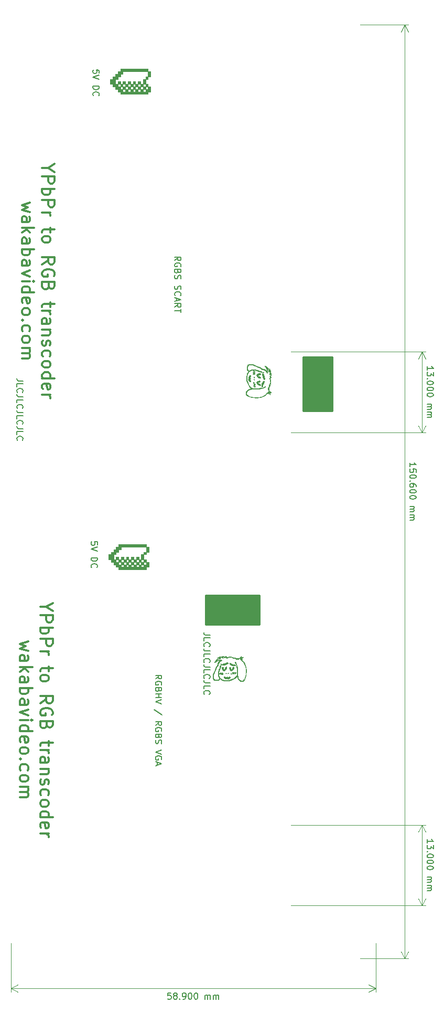
<source format=gbr>
G04 #@! TF.GenerationSoftware,KiCad,Pcbnew,(5.1.9)-1*
G04 #@! TF.CreationDate,2021-09-23T17:16:36+12:00*
G04 #@! TF.ProjectId,RGB-to-component-covers,5247422d-746f-42d6-936f-6d706f6e656e,rev?*
G04 #@! TF.SameCoordinates,Original*
G04 #@! TF.FileFunction,Legend,Top*
G04 #@! TF.FilePolarity,Positive*
%FSLAX46Y46*%
G04 Gerber Fmt 4.6, Leading zero omitted, Abs format (unit mm)*
G04 Created by KiCad (PCBNEW (5.1.9)-1) date 2021-09-23 17:16:36*
%MOMM*%
%LPD*%
G01*
G04 APERTURE LIST*
%ADD10C,0.300000*%
%ADD11C,0.150000*%
%ADD12C,0.120000*%
%ADD13C,0.010000*%
%ADD14C,0.254000*%
%ADD15C,0.100000*%
G04 APERTURE END LIST*
D10*
X81997619Y-60961904D02*
X81045238Y-60961904D01*
X83045238Y-60295238D02*
X81997619Y-60961904D01*
X83045238Y-61628571D01*
X81045238Y-62295238D02*
X83045238Y-62295238D01*
X83045238Y-63057142D01*
X82950000Y-63247619D01*
X82854761Y-63342857D01*
X82664285Y-63438095D01*
X82378571Y-63438095D01*
X82188095Y-63342857D01*
X82092857Y-63247619D01*
X81997619Y-63057142D01*
X81997619Y-62295238D01*
X81045238Y-64295238D02*
X83045238Y-64295238D01*
X82283333Y-64295238D02*
X82378571Y-64485714D01*
X82378571Y-64866666D01*
X82283333Y-65057142D01*
X82188095Y-65152380D01*
X81997619Y-65247619D01*
X81426190Y-65247619D01*
X81235714Y-65152380D01*
X81140476Y-65057142D01*
X81045238Y-64866666D01*
X81045238Y-64485714D01*
X81140476Y-64295238D01*
X81045238Y-66104761D02*
X83045238Y-66104761D01*
X83045238Y-66866666D01*
X82950000Y-67057142D01*
X82854761Y-67152380D01*
X82664285Y-67247619D01*
X82378571Y-67247619D01*
X82188095Y-67152380D01*
X82092857Y-67057142D01*
X81997619Y-66866666D01*
X81997619Y-66104761D01*
X81045238Y-68104761D02*
X82378571Y-68104761D01*
X81997619Y-68104761D02*
X82188095Y-68200000D01*
X82283333Y-68295238D01*
X82378571Y-68485714D01*
X82378571Y-68676190D01*
X82378571Y-70580952D02*
X82378571Y-71342857D01*
X83045238Y-70866666D02*
X81330952Y-70866666D01*
X81140476Y-70961904D01*
X81045238Y-71152380D01*
X81045238Y-71342857D01*
X81045238Y-72295238D02*
X81140476Y-72104761D01*
X81235714Y-72009523D01*
X81426190Y-71914285D01*
X81997619Y-71914285D01*
X82188095Y-72009523D01*
X82283333Y-72104761D01*
X82378571Y-72295238D01*
X82378571Y-72580952D01*
X82283333Y-72771428D01*
X82188095Y-72866666D01*
X81997619Y-72961904D01*
X81426190Y-72961904D01*
X81235714Y-72866666D01*
X81140476Y-72771428D01*
X81045238Y-72580952D01*
X81045238Y-72295238D01*
X81045238Y-76485714D02*
X81997619Y-75819047D01*
X81045238Y-75342857D02*
X83045238Y-75342857D01*
X83045238Y-76104761D01*
X82950000Y-76295238D01*
X82854761Y-76390476D01*
X82664285Y-76485714D01*
X82378571Y-76485714D01*
X82188095Y-76390476D01*
X82092857Y-76295238D01*
X81997619Y-76104761D01*
X81997619Y-75342857D01*
X82950000Y-78390476D02*
X83045238Y-78200000D01*
X83045238Y-77914285D01*
X82950000Y-77628571D01*
X82759523Y-77438095D01*
X82569047Y-77342857D01*
X82188095Y-77247619D01*
X81902380Y-77247619D01*
X81521428Y-77342857D01*
X81330952Y-77438095D01*
X81140476Y-77628571D01*
X81045238Y-77914285D01*
X81045238Y-78104761D01*
X81140476Y-78390476D01*
X81235714Y-78485714D01*
X81902380Y-78485714D01*
X81902380Y-78104761D01*
X82092857Y-80009523D02*
X81997619Y-80295238D01*
X81902380Y-80390476D01*
X81711904Y-80485714D01*
X81426190Y-80485714D01*
X81235714Y-80390476D01*
X81140476Y-80295238D01*
X81045238Y-80104761D01*
X81045238Y-79342857D01*
X83045238Y-79342857D01*
X83045238Y-80009523D01*
X82950000Y-80200000D01*
X82854761Y-80295238D01*
X82664285Y-80390476D01*
X82473809Y-80390476D01*
X82283333Y-80295238D01*
X82188095Y-80200000D01*
X82092857Y-80009523D01*
X82092857Y-79342857D01*
X82378571Y-82580952D02*
X82378571Y-83342857D01*
X83045238Y-82866666D02*
X81330952Y-82866666D01*
X81140476Y-82961904D01*
X81045238Y-83152380D01*
X81045238Y-83342857D01*
X81045238Y-84009523D02*
X82378571Y-84009523D01*
X81997619Y-84009523D02*
X82188095Y-84104761D01*
X82283333Y-84200000D01*
X82378571Y-84390476D01*
X82378571Y-84580952D01*
X81045238Y-86104761D02*
X82092857Y-86104761D01*
X82283333Y-86009523D01*
X82378571Y-85819047D01*
X82378571Y-85438095D01*
X82283333Y-85247619D01*
X81140476Y-86104761D02*
X81045238Y-85914285D01*
X81045238Y-85438095D01*
X81140476Y-85247619D01*
X81330952Y-85152380D01*
X81521428Y-85152380D01*
X81711904Y-85247619D01*
X81807142Y-85438095D01*
X81807142Y-85914285D01*
X81902380Y-86104761D01*
X82378571Y-87057142D02*
X81045238Y-87057142D01*
X82188095Y-87057142D02*
X82283333Y-87152380D01*
X82378571Y-87342857D01*
X82378571Y-87628571D01*
X82283333Y-87819047D01*
X82092857Y-87914285D01*
X81045238Y-87914285D01*
X81140476Y-88771428D02*
X81045238Y-88961904D01*
X81045238Y-89342857D01*
X81140476Y-89533333D01*
X81330952Y-89628571D01*
X81426190Y-89628571D01*
X81616666Y-89533333D01*
X81711904Y-89342857D01*
X81711904Y-89057142D01*
X81807142Y-88866666D01*
X81997619Y-88771428D01*
X82092857Y-88771428D01*
X82283333Y-88866666D01*
X82378571Y-89057142D01*
X82378571Y-89342857D01*
X82283333Y-89533333D01*
X81140476Y-91342857D02*
X81045238Y-91152380D01*
X81045238Y-90771428D01*
X81140476Y-90580952D01*
X81235714Y-90485714D01*
X81426190Y-90390476D01*
X81997619Y-90390476D01*
X82188095Y-90485714D01*
X82283333Y-90580952D01*
X82378571Y-90771428D01*
X82378571Y-91152380D01*
X82283333Y-91342857D01*
X81045238Y-92485714D02*
X81140476Y-92295238D01*
X81235714Y-92200000D01*
X81426190Y-92104761D01*
X81997619Y-92104761D01*
X82188095Y-92200000D01*
X82283333Y-92295238D01*
X82378571Y-92485714D01*
X82378571Y-92771428D01*
X82283333Y-92961904D01*
X82188095Y-93057142D01*
X81997619Y-93152380D01*
X81426190Y-93152380D01*
X81235714Y-93057142D01*
X81140476Y-92961904D01*
X81045238Y-92771428D01*
X81045238Y-92485714D01*
X81045238Y-94866666D02*
X83045238Y-94866666D01*
X81140476Y-94866666D02*
X81045238Y-94676190D01*
X81045238Y-94295238D01*
X81140476Y-94104761D01*
X81235714Y-94009523D01*
X81426190Y-93914285D01*
X81997619Y-93914285D01*
X82188095Y-94009523D01*
X82283333Y-94104761D01*
X82378571Y-94295238D01*
X82378571Y-94676190D01*
X82283333Y-94866666D01*
X81140476Y-96580952D02*
X81045238Y-96390476D01*
X81045238Y-96009523D01*
X81140476Y-95819047D01*
X81330952Y-95723809D01*
X82092857Y-95723809D01*
X82283333Y-95819047D01*
X82378571Y-96009523D01*
X82378571Y-96390476D01*
X82283333Y-96580952D01*
X82092857Y-96676190D01*
X81902380Y-96676190D01*
X81711904Y-95723809D01*
X81045238Y-97533333D02*
X82378571Y-97533333D01*
X81997619Y-97533333D02*
X82188095Y-97628571D01*
X82283333Y-97723809D01*
X82378571Y-97914285D01*
X82378571Y-98104761D01*
X79078571Y-66533333D02*
X77745238Y-66914285D01*
X78697619Y-67295238D01*
X77745238Y-67676190D01*
X79078571Y-68057142D01*
X77745238Y-69676190D02*
X78792857Y-69676190D01*
X78983333Y-69580952D01*
X79078571Y-69390476D01*
X79078571Y-69009523D01*
X78983333Y-68819047D01*
X77840476Y-69676190D02*
X77745238Y-69485714D01*
X77745238Y-69009523D01*
X77840476Y-68819047D01*
X78030952Y-68723809D01*
X78221428Y-68723809D01*
X78411904Y-68819047D01*
X78507142Y-69009523D01*
X78507142Y-69485714D01*
X78602380Y-69676190D01*
X77745238Y-70628571D02*
X79745238Y-70628571D01*
X78507142Y-70819047D02*
X77745238Y-71390476D01*
X79078571Y-71390476D02*
X78316666Y-70628571D01*
X77745238Y-73104761D02*
X78792857Y-73104761D01*
X78983333Y-73009523D01*
X79078571Y-72819047D01*
X79078571Y-72438095D01*
X78983333Y-72247619D01*
X77840476Y-73104761D02*
X77745238Y-72914285D01*
X77745238Y-72438095D01*
X77840476Y-72247619D01*
X78030952Y-72152380D01*
X78221428Y-72152380D01*
X78411904Y-72247619D01*
X78507142Y-72438095D01*
X78507142Y-72914285D01*
X78602380Y-73104761D01*
X77745238Y-74057142D02*
X79745238Y-74057142D01*
X78983333Y-74057142D02*
X79078571Y-74247619D01*
X79078571Y-74628571D01*
X78983333Y-74819047D01*
X78888095Y-74914285D01*
X78697619Y-75009523D01*
X78126190Y-75009523D01*
X77935714Y-74914285D01*
X77840476Y-74819047D01*
X77745238Y-74628571D01*
X77745238Y-74247619D01*
X77840476Y-74057142D01*
X77745238Y-76723809D02*
X78792857Y-76723809D01*
X78983333Y-76628571D01*
X79078571Y-76438095D01*
X79078571Y-76057142D01*
X78983333Y-75866666D01*
X77840476Y-76723809D02*
X77745238Y-76533333D01*
X77745238Y-76057142D01*
X77840476Y-75866666D01*
X78030952Y-75771428D01*
X78221428Y-75771428D01*
X78411904Y-75866666D01*
X78507142Y-76057142D01*
X78507142Y-76533333D01*
X78602380Y-76723809D01*
X79078571Y-77485714D02*
X77745238Y-77961904D01*
X79078571Y-78438095D01*
X77745238Y-79200000D02*
X79078571Y-79200000D01*
X79745238Y-79200000D02*
X79650000Y-79104761D01*
X79554761Y-79200000D01*
X79650000Y-79295238D01*
X79745238Y-79200000D01*
X79554761Y-79200000D01*
X77745238Y-81009523D02*
X79745238Y-81009523D01*
X77840476Y-81009523D02*
X77745238Y-80819047D01*
X77745238Y-80438095D01*
X77840476Y-80247619D01*
X77935714Y-80152380D01*
X78126190Y-80057142D01*
X78697619Y-80057142D01*
X78888095Y-80152380D01*
X78983333Y-80247619D01*
X79078571Y-80438095D01*
X79078571Y-80819047D01*
X78983333Y-81009523D01*
X77840476Y-82723809D02*
X77745238Y-82533333D01*
X77745238Y-82152380D01*
X77840476Y-81961904D01*
X78030952Y-81866666D01*
X78792857Y-81866666D01*
X78983333Y-81961904D01*
X79078571Y-82152380D01*
X79078571Y-82533333D01*
X78983333Y-82723809D01*
X78792857Y-82819047D01*
X78602380Y-82819047D01*
X78411904Y-81866666D01*
X77745238Y-83961904D02*
X77840476Y-83771428D01*
X77935714Y-83676190D01*
X78126190Y-83580952D01*
X78697619Y-83580952D01*
X78888095Y-83676190D01*
X78983333Y-83771428D01*
X79078571Y-83961904D01*
X79078571Y-84247619D01*
X78983333Y-84438095D01*
X78888095Y-84533333D01*
X78697619Y-84628571D01*
X78126190Y-84628571D01*
X77935714Y-84533333D01*
X77840476Y-84438095D01*
X77745238Y-84247619D01*
X77745238Y-83961904D01*
X77935714Y-85485714D02*
X77840476Y-85580952D01*
X77745238Y-85485714D01*
X77840476Y-85390476D01*
X77935714Y-85485714D01*
X77745238Y-85485714D01*
X77840476Y-87295238D02*
X77745238Y-87104761D01*
X77745238Y-86723809D01*
X77840476Y-86533333D01*
X77935714Y-86438095D01*
X78126190Y-86342857D01*
X78697619Y-86342857D01*
X78888095Y-86438095D01*
X78983333Y-86533333D01*
X79078571Y-86723809D01*
X79078571Y-87104761D01*
X78983333Y-87295238D01*
X77745238Y-88438095D02*
X77840476Y-88247619D01*
X77935714Y-88152380D01*
X78126190Y-88057142D01*
X78697619Y-88057142D01*
X78888095Y-88152380D01*
X78983333Y-88247619D01*
X79078571Y-88438095D01*
X79078571Y-88723809D01*
X78983333Y-88914285D01*
X78888095Y-89009523D01*
X78697619Y-89104761D01*
X78126190Y-89104761D01*
X77935714Y-89009523D01*
X77840476Y-88914285D01*
X77745238Y-88723809D01*
X77745238Y-88438095D01*
X77745238Y-89961904D02*
X79078571Y-89961904D01*
X78888095Y-89961904D02*
X78983333Y-90057142D01*
X79078571Y-90247619D01*
X79078571Y-90533333D01*
X78983333Y-90723809D01*
X78792857Y-90819047D01*
X77745238Y-90819047D01*
X78792857Y-90819047D02*
X78983333Y-90914285D01*
X79078571Y-91104761D01*
X79078571Y-91390476D01*
X78983333Y-91580952D01*
X78792857Y-91676190D01*
X77745238Y-91676190D01*
D11*
X90247619Y-45628571D02*
X90247619Y-45152380D01*
X89771428Y-45104761D01*
X89819047Y-45152380D01*
X89866666Y-45247619D01*
X89866666Y-45485714D01*
X89819047Y-45580952D01*
X89771428Y-45628571D01*
X89676190Y-45676190D01*
X89438095Y-45676190D01*
X89342857Y-45628571D01*
X89295238Y-45580952D01*
X89247619Y-45485714D01*
X89247619Y-45247619D01*
X89295238Y-45152380D01*
X89342857Y-45104761D01*
X90247619Y-45961904D02*
X89247619Y-46295238D01*
X90247619Y-46628571D01*
X89247619Y-47723809D02*
X90247619Y-47723809D01*
X90247619Y-47961904D01*
X90200000Y-48104761D01*
X90104761Y-48200000D01*
X90009523Y-48247619D01*
X89819047Y-48295238D01*
X89676190Y-48295238D01*
X89485714Y-48247619D01*
X89390476Y-48200000D01*
X89295238Y-48104761D01*
X89247619Y-47961904D01*
X89247619Y-47723809D01*
X89342857Y-49295238D02*
X89295238Y-49247619D01*
X89247619Y-49104761D01*
X89247619Y-49009523D01*
X89295238Y-48866666D01*
X89390476Y-48771428D01*
X89485714Y-48723809D01*
X89676190Y-48676190D01*
X89819047Y-48676190D01*
X90009523Y-48723809D01*
X90104761Y-48771428D01*
X90200000Y-48866666D01*
X90247619Y-49009523D01*
X90247619Y-49104761D01*
X90200000Y-49247619D01*
X90152380Y-49295238D01*
X102447619Y-75866666D02*
X102923809Y-75533333D01*
X102447619Y-75295238D02*
X103447619Y-75295238D01*
X103447619Y-75676190D01*
X103400000Y-75771428D01*
X103352380Y-75819047D01*
X103257142Y-75866666D01*
X103114285Y-75866666D01*
X103019047Y-75819047D01*
X102971428Y-75771428D01*
X102923809Y-75676190D01*
X102923809Y-75295238D01*
X103400000Y-76819047D02*
X103447619Y-76723809D01*
X103447619Y-76580952D01*
X103400000Y-76438095D01*
X103304761Y-76342857D01*
X103209523Y-76295238D01*
X103019047Y-76247619D01*
X102876190Y-76247619D01*
X102685714Y-76295238D01*
X102590476Y-76342857D01*
X102495238Y-76438095D01*
X102447619Y-76580952D01*
X102447619Y-76676190D01*
X102495238Y-76819047D01*
X102542857Y-76866666D01*
X102876190Y-76866666D01*
X102876190Y-76676190D01*
X102971428Y-77628571D02*
X102923809Y-77771428D01*
X102876190Y-77819047D01*
X102780952Y-77866666D01*
X102638095Y-77866666D01*
X102542857Y-77819047D01*
X102495238Y-77771428D01*
X102447619Y-77676190D01*
X102447619Y-77295238D01*
X103447619Y-77295238D01*
X103447619Y-77628571D01*
X103400000Y-77723809D01*
X103352380Y-77771428D01*
X103257142Y-77819047D01*
X103161904Y-77819047D01*
X103066666Y-77771428D01*
X103019047Y-77723809D01*
X102971428Y-77628571D01*
X102971428Y-77295238D01*
X102495238Y-78247619D02*
X102447619Y-78390476D01*
X102447619Y-78628571D01*
X102495238Y-78723809D01*
X102542857Y-78771428D01*
X102638095Y-78819047D01*
X102733333Y-78819047D01*
X102828571Y-78771428D01*
X102876190Y-78723809D01*
X102923809Y-78628571D01*
X102971428Y-78438095D01*
X103019047Y-78342857D01*
X103066666Y-78295238D01*
X103161904Y-78247619D01*
X103257142Y-78247619D01*
X103352380Y-78295238D01*
X103400000Y-78342857D01*
X103447619Y-78438095D01*
X103447619Y-78676190D01*
X103400000Y-78819047D01*
X102495238Y-79961904D02*
X102447619Y-80104761D01*
X102447619Y-80342857D01*
X102495238Y-80438095D01*
X102542857Y-80485714D01*
X102638095Y-80533333D01*
X102733333Y-80533333D01*
X102828571Y-80485714D01*
X102876190Y-80438095D01*
X102923809Y-80342857D01*
X102971428Y-80152380D01*
X103019047Y-80057142D01*
X103066666Y-80009523D01*
X103161904Y-79961904D01*
X103257142Y-79961904D01*
X103352380Y-80009523D01*
X103400000Y-80057142D01*
X103447619Y-80152380D01*
X103447619Y-80390476D01*
X103400000Y-80533333D01*
X102542857Y-81533333D02*
X102495238Y-81485714D01*
X102447619Y-81342857D01*
X102447619Y-81247619D01*
X102495238Y-81104761D01*
X102590476Y-81009523D01*
X102685714Y-80961904D01*
X102876190Y-80914285D01*
X103019047Y-80914285D01*
X103209523Y-80961904D01*
X103304761Y-81009523D01*
X103400000Y-81104761D01*
X103447619Y-81247619D01*
X103447619Y-81342857D01*
X103400000Y-81485714D01*
X103352380Y-81533333D01*
X102733333Y-81914285D02*
X102733333Y-82390476D01*
X102447619Y-81819047D02*
X103447619Y-82152380D01*
X102447619Y-82485714D01*
X102447619Y-83390476D02*
X102923809Y-83057142D01*
X102447619Y-82819047D02*
X103447619Y-82819047D01*
X103447619Y-83200000D01*
X103400000Y-83295238D01*
X103352380Y-83342857D01*
X103257142Y-83390476D01*
X103114285Y-83390476D01*
X103019047Y-83342857D01*
X102971428Y-83295238D01*
X102923809Y-83200000D01*
X102923809Y-82819047D01*
X103447619Y-83676190D02*
X103447619Y-84247619D01*
X102447619Y-83961904D02*
X103447619Y-83961904D01*
X143217619Y-93528571D02*
X143217619Y-92957142D01*
X143217619Y-93242857D02*
X144217619Y-93242857D01*
X144074761Y-93147619D01*
X143979523Y-93052380D01*
X143931904Y-92957142D01*
X144217619Y-93861904D02*
X144217619Y-94480952D01*
X143836666Y-94147619D01*
X143836666Y-94290476D01*
X143789047Y-94385714D01*
X143741428Y-94433333D01*
X143646190Y-94480952D01*
X143408095Y-94480952D01*
X143312857Y-94433333D01*
X143265238Y-94385714D01*
X143217619Y-94290476D01*
X143217619Y-94004761D01*
X143265238Y-93909523D01*
X143312857Y-93861904D01*
X143312857Y-94909523D02*
X143265238Y-94957142D01*
X143217619Y-94909523D01*
X143265238Y-94861904D01*
X143312857Y-94909523D01*
X143217619Y-94909523D01*
X144217619Y-95576190D02*
X144217619Y-95671428D01*
X144170000Y-95766666D01*
X144122380Y-95814285D01*
X144027142Y-95861904D01*
X143836666Y-95909523D01*
X143598571Y-95909523D01*
X143408095Y-95861904D01*
X143312857Y-95814285D01*
X143265238Y-95766666D01*
X143217619Y-95671428D01*
X143217619Y-95576190D01*
X143265238Y-95480952D01*
X143312857Y-95433333D01*
X143408095Y-95385714D01*
X143598571Y-95338095D01*
X143836666Y-95338095D01*
X144027142Y-95385714D01*
X144122380Y-95433333D01*
X144170000Y-95480952D01*
X144217619Y-95576190D01*
X144217619Y-96528571D02*
X144217619Y-96623809D01*
X144170000Y-96719047D01*
X144122380Y-96766666D01*
X144027142Y-96814285D01*
X143836666Y-96861904D01*
X143598571Y-96861904D01*
X143408095Y-96814285D01*
X143312857Y-96766666D01*
X143265238Y-96719047D01*
X143217619Y-96623809D01*
X143217619Y-96528571D01*
X143265238Y-96433333D01*
X143312857Y-96385714D01*
X143408095Y-96338095D01*
X143598571Y-96290476D01*
X143836666Y-96290476D01*
X144027142Y-96338095D01*
X144122380Y-96385714D01*
X144170000Y-96433333D01*
X144217619Y-96528571D01*
X144217619Y-97480952D02*
X144217619Y-97576190D01*
X144170000Y-97671428D01*
X144122380Y-97719047D01*
X144027142Y-97766666D01*
X143836666Y-97814285D01*
X143598571Y-97814285D01*
X143408095Y-97766666D01*
X143312857Y-97719047D01*
X143265238Y-97671428D01*
X143217619Y-97576190D01*
X143217619Y-97480952D01*
X143265238Y-97385714D01*
X143312857Y-97338095D01*
X143408095Y-97290476D01*
X143598571Y-97242857D01*
X143836666Y-97242857D01*
X144027142Y-97290476D01*
X144122380Y-97338095D01*
X144170000Y-97385714D01*
X144217619Y-97480952D01*
X143217619Y-99004761D02*
X143884285Y-99004761D01*
X143789047Y-99004761D02*
X143836666Y-99052380D01*
X143884285Y-99147619D01*
X143884285Y-99290476D01*
X143836666Y-99385714D01*
X143741428Y-99433333D01*
X143217619Y-99433333D01*
X143741428Y-99433333D02*
X143836666Y-99480952D01*
X143884285Y-99576190D01*
X143884285Y-99719047D01*
X143836666Y-99814285D01*
X143741428Y-99861904D01*
X143217619Y-99861904D01*
X143217619Y-100338095D02*
X143884285Y-100338095D01*
X143789047Y-100338095D02*
X143836666Y-100385714D01*
X143884285Y-100480952D01*
X143884285Y-100623809D01*
X143836666Y-100719047D01*
X143741428Y-100766666D01*
X143217619Y-100766666D01*
X143741428Y-100766666D02*
X143836666Y-100814285D01*
X143884285Y-100909523D01*
X143884285Y-101052380D01*
X143836666Y-101147619D01*
X143741428Y-101195238D01*
X143217619Y-101195238D01*
D12*
X142400000Y-90600000D02*
X142400000Y-103600000D01*
X121200000Y-90600000D02*
X142986421Y-90600000D01*
X121200000Y-103600000D02*
X142986421Y-103600000D01*
X142400000Y-103600000D02*
X141813579Y-102473496D01*
X142400000Y-103600000D02*
X142986421Y-102473496D01*
X142400000Y-90600000D02*
X141813579Y-91726504D01*
X142400000Y-90600000D02*
X142986421Y-91726504D01*
D11*
X77947619Y-95280952D02*
X77233333Y-95280952D01*
X77090476Y-95233333D01*
X76995238Y-95138095D01*
X76947619Y-94995238D01*
X76947619Y-94900000D01*
X76947619Y-96233333D02*
X76947619Y-95757142D01*
X77947619Y-95757142D01*
X77042857Y-97138095D02*
X76995238Y-97090476D01*
X76947619Y-96947619D01*
X76947619Y-96852380D01*
X76995238Y-96709523D01*
X77090476Y-96614285D01*
X77185714Y-96566666D01*
X77376190Y-96519047D01*
X77519047Y-96519047D01*
X77709523Y-96566666D01*
X77804761Y-96614285D01*
X77900000Y-96709523D01*
X77947619Y-96852380D01*
X77947619Y-96947619D01*
X77900000Y-97090476D01*
X77852380Y-97138095D01*
X77947619Y-97852380D02*
X77233333Y-97852380D01*
X77090476Y-97804761D01*
X76995238Y-97709523D01*
X76947619Y-97566666D01*
X76947619Y-97471428D01*
X76947619Y-98804761D02*
X76947619Y-98328571D01*
X77947619Y-98328571D01*
X77042857Y-99709523D02*
X76995238Y-99661904D01*
X76947619Y-99519047D01*
X76947619Y-99423809D01*
X76995238Y-99280952D01*
X77090476Y-99185714D01*
X77185714Y-99138095D01*
X77376190Y-99090476D01*
X77519047Y-99090476D01*
X77709523Y-99138095D01*
X77804761Y-99185714D01*
X77900000Y-99280952D01*
X77947619Y-99423809D01*
X77947619Y-99519047D01*
X77900000Y-99661904D01*
X77852380Y-99709523D01*
X77947619Y-100423809D02*
X77233333Y-100423809D01*
X77090476Y-100376190D01*
X76995238Y-100280952D01*
X76947619Y-100138095D01*
X76947619Y-100042857D01*
X76947619Y-101376190D02*
X76947619Y-100900000D01*
X77947619Y-100900000D01*
X77042857Y-102280952D02*
X76995238Y-102233333D01*
X76947619Y-102090476D01*
X76947619Y-101995238D01*
X76995238Y-101852380D01*
X77090476Y-101757142D01*
X77185714Y-101709523D01*
X77376190Y-101661904D01*
X77519047Y-101661904D01*
X77709523Y-101709523D01*
X77804761Y-101757142D01*
X77900000Y-101852380D01*
X77947619Y-101995238D01*
X77947619Y-102090476D01*
X77900000Y-102233333D01*
X77852380Y-102280952D01*
X77947619Y-102995238D02*
X77233333Y-102995238D01*
X77090476Y-102947619D01*
X76995238Y-102852380D01*
X76947619Y-102709523D01*
X76947619Y-102614285D01*
X76947619Y-103947619D02*
X76947619Y-103471428D01*
X77947619Y-103471428D01*
X77042857Y-104852380D02*
X76995238Y-104804761D01*
X76947619Y-104661904D01*
X76947619Y-104566666D01*
X76995238Y-104423809D01*
X77090476Y-104328571D01*
X77185714Y-104280952D01*
X77376190Y-104233333D01*
X77519047Y-104233333D01*
X77709523Y-104280952D01*
X77804761Y-104328571D01*
X77900000Y-104423809D01*
X77947619Y-104566666D01*
X77947619Y-104661904D01*
X77900000Y-104804761D01*
X77852380Y-104852380D01*
X140417619Y-109102380D02*
X140417619Y-108530952D01*
X140417619Y-108816666D02*
X141417619Y-108816666D01*
X141274761Y-108721428D01*
X141179523Y-108626190D01*
X141131904Y-108530952D01*
X141417619Y-110007142D02*
X141417619Y-109530952D01*
X140941428Y-109483333D01*
X140989047Y-109530952D01*
X141036666Y-109626190D01*
X141036666Y-109864285D01*
X140989047Y-109959523D01*
X140941428Y-110007142D01*
X140846190Y-110054761D01*
X140608095Y-110054761D01*
X140512857Y-110007142D01*
X140465238Y-109959523D01*
X140417619Y-109864285D01*
X140417619Y-109626190D01*
X140465238Y-109530952D01*
X140512857Y-109483333D01*
X141417619Y-110673809D02*
X141417619Y-110769047D01*
X141370000Y-110864285D01*
X141322380Y-110911904D01*
X141227142Y-110959523D01*
X141036666Y-111007142D01*
X140798571Y-111007142D01*
X140608095Y-110959523D01*
X140512857Y-110911904D01*
X140465238Y-110864285D01*
X140417619Y-110769047D01*
X140417619Y-110673809D01*
X140465238Y-110578571D01*
X140512857Y-110530952D01*
X140608095Y-110483333D01*
X140798571Y-110435714D01*
X141036666Y-110435714D01*
X141227142Y-110483333D01*
X141322380Y-110530952D01*
X141370000Y-110578571D01*
X141417619Y-110673809D01*
X140512857Y-111435714D02*
X140465238Y-111483333D01*
X140417619Y-111435714D01*
X140465238Y-111388095D01*
X140512857Y-111435714D01*
X140417619Y-111435714D01*
X141417619Y-112340476D02*
X141417619Y-112150000D01*
X141370000Y-112054761D01*
X141322380Y-112007142D01*
X141179523Y-111911904D01*
X140989047Y-111864285D01*
X140608095Y-111864285D01*
X140512857Y-111911904D01*
X140465238Y-111959523D01*
X140417619Y-112054761D01*
X140417619Y-112245238D01*
X140465238Y-112340476D01*
X140512857Y-112388095D01*
X140608095Y-112435714D01*
X140846190Y-112435714D01*
X140941428Y-112388095D01*
X140989047Y-112340476D01*
X141036666Y-112245238D01*
X141036666Y-112054761D01*
X140989047Y-111959523D01*
X140941428Y-111911904D01*
X140846190Y-111864285D01*
X141417619Y-113054761D02*
X141417619Y-113150000D01*
X141370000Y-113245238D01*
X141322380Y-113292857D01*
X141227142Y-113340476D01*
X141036666Y-113388095D01*
X140798571Y-113388095D01*
X140608095Y-113340476D01*
X140512857Y-113292857D01*
X140465238Y-113245238D01*
X140417619Y-113150000D01*
X140417619Y-113054761D01*
X140465238Y-112959523D01*
X140512857Y-112911904D01*
X140608095Y-112864285D01*
X140798571Y-112816666D01*
X141036666Y-112816666D01*
X141227142Y-112864285D01*
X141322380Y-112911904D01*
X141370000Y-112959523D01*
X141417619Y-113054761D01*
X141417619Y-114007142D02*
X141417619Y-114102380D01*
X141370000Y-114197619D01*
X141322380Y-114245238D01*
X141227142Y-114292857D01*
X141036666Y-114340476D01*
X140798571Y-114340476D01*
X140608095Y-114292857D01*
X140512857Y-114245238D01*
X140465238Y-114197619D01*
X140417619Y-114102380D01*
X140417619Y-114007142D01*
X140465238Y-113911904D01*
X140512857Y-113864285D01*
X140608095Y-113816666D01*
X140798571Y-113769047D01*
X141036666Y-113769047D01*
X141227142Y-113816666D01*
X141322380Y-113864285D01*
X141370000Y-113911904D01*
X141417619Y-114007142D01*
X140417619Y-115530952D02*
X141084285Y-115530952D01*
X140989047Y-115530952D02*
X141036666Y-115578571D01*
X141084285Y-115673809D01*
X141084285Y-115816666D01*
X141036666Y-115911904D01*
X140941428Y-115959523D01*
X140417619Y-115959523D01*
X140941428Y-115959523D02*
X141036666Y-116007142D01*
X141084285Y-116102380D01*
X141084285Y-116245238D01*
X141036666Y-116340476D01*
X140941428Y-116388095D01*
X140417619Y-116388095D01*
X140417619Y-116864285D02*
X141084285Y-116864285D01*
X140989047Y-116864285D02*
X141036666Y-116911904D01*
X141084285Y-117007142D01*
X141084285Y-117150000D01*
X141036666Y-117245238D01*
X140941428Y-117292857D01*
X140417619Y-117292857D01*
X140941428Y-117292857D02*
X141036666Y-117340476D01*
X141084285Y-117435714D01*
X141084285Y-117578571D01*
X141036666Y-117673809D01*
X140941428Y-117721428D01*
X140417619Y-117721428D01*
D12*
X139600000Y-37850000D02*
X139600000Y-188450000D01*
X132400000Y-37850000D02*
X140186421Y-37850000D01*
X132400000Y-188450000D02*
X140186421Y-188450000D01*
X139600000Y-188450000D02*
X139013579Y-187323496D01*
X139600000Y-188450000D02*
X140186421Y-187323496D01*
X139600000Y-37850000D02*
X139013579Y-38976504D01*
X139600000Y-37850000D02*
X140186421Y-38976504D01*
D11*
X143217619Y-169828571D02*
X143217619Y-169257142D01*
X143217619Y-169542857D02*
X144217619Y-169542857D01*
X144074761Y-169447619D01*
X143979523Y-169352380D01*
X143931904Y-169257142D01*
X144217619Y-170161904D02*
X144217619Y-170780952D01*
X143836666Y-170447619D01*
X143836666Y-170590476D01*
X143789047Y-170685714D01*
X143741428Y-170733333D01*
X143646190Y-170780952D01*
X143408095Y-170780952D01*
X143312857Y-170733333D01*
X143265238Y-170685714D01*
X143217619Y-170590476D01*
X143217619Y-170304761D01*
X143265238Y-170209523D01*
X143312857Y-170161904D01*
X143312857Y-171209523D02*
X143265238Y-171257142D01*
X143217619Y-171209523D01*
X143265238Y-171161904D01*
X143312857Y-171209523D01*
X143217619Y-171209523D01*
X144217619Y-171876190D02*
X144217619Y-171971428D01*
X144170000Y-172066666D01*
X144122380Y-172114285D01*
X144027142Y-172161904D01*
X143836666Y-172209523D01*
X143598571Y-172209523D01*
X143408095Y-172161904D01*
X143312857Y-172114285D01*
X143265238Y-172066666D01*
X143217619Y-171971428D01*
X143217619Y-171876190D01*
X143265238Y-171780952D01*
X143312857Y-171733333D01*
X143408095Y-171685714D01*
X143598571Y-171638095D01*
X143836666Y-171638095D01*
X144027142Y-171685714D01*
X144122380Y-171733333D01*
X144170000Y-171780952D01*
X144217619Y-171876190D01*
X144217619Y-172828571D02*
X144217619Y-172923809D01*
X144170000Y-173019047D01*
X144122380Y-173066666D01*
X144027142Y-173114285D01*
X143836666Y-173161904D01*
X143598571Y-173161904D01*
X143408095Y-173114285D01*
X143312857Y-173066666D01*
X143265238Y-173019047D01*
X143217619Y-172923809D01*
X143217619Y-172828571D01*
X143265238Y-172733333D01*
X143312857Y-172685714D01*
X143408095Y-172638095D01*
X143598571Y-172590476D01*
X143836666Y-172590476D01*
X144027142Y-172638095D01*
X144122380Y-172685714D01*
X144170000Y-172733333D01*
X144217619Y-172828571D01*
X144217619Y-173780952D02*
X144217619Y-173876190D01*
X144170000Y-173971428D01*
X144122380Y-174019047D01*
X144027142Y-174066666D01*
X143836666Y-174114285D01*
X143598571Y-174114285D01*
X143408095Y-174066666D01*
X143312857Y-174019047D01*
X143265238Y-173971428D01*
X143217619Y-173876190D01*
X143217619Y-173780952D01*
X143265238Y-173685714D01*
X143312857Y-173638095D01*
X143408095Y-173590476D01*
X143598571Y-173542857D01*
X143836666Y-173542857D01*
X144027142Y-173590476D01*
X144122380Y-173638095D01*
X144170000Y-173685714D01*
X144217619Y-173780952D01*
X143217619Y-175304761D02*
X143884285Y-175304761D01*
X143789047Y-175304761D02*
X143836666Y-175352380D01*
X143884285Y-175447619D01*
X143884285Y-175590476D01*
X143836666Y-175685714D01*
X143741428Y-175733333D01*
X143217619Y-175733333D01*
X143741428Y-175733333D02*
X143836666Y-175780952D01*
X143884285Y-175876190D01*
X143884285Y-176019047D01*
X143836666Y-176114285D01*
X143741428Y-176161904D01*
X143217619Y-176161904D01*
X143217619Y-176638095D02*
X143884285Y-176638095D01*
X143789047Y-176638095D02*
X143836666Y-176685714D01*
X143884285Y-176780952D01*
X143884285Y-176923809D01*
X143836666Y-177019047D01*
X143741428Y-177066666D01*
X143217619Y-177066666D01*
X143741428Y-177066666D02*
X143836666Y-177114285D01*
X143884285Y-177209523D01*
X143884285Y-177352380D01*
X143836666Y-177447619D01*
X143741428Y-177495238D01*
X143217619Y-177495238D01*
D12*
X142400000Y-166900000D02*
X142400000Y-179900000D01*
X121200000Y-166900000D02*
X142986421Y-166900000D01*
X121200000Y-179900000D02*
X142986421Y-179900000D01*
X142400000Y-179900000D02*
X141813579Y-178773496D01*
X142400000Y-179900000D02*
X142986421Y-178773496D01*
X142400000Y-166900000D02*
X141813579Y-168026504D01*
X142400000Y-166900000D02*
X142986421Y-168026504D01*
D11*
X101830952Y-194022380D02*
X101354761Y-194022380D01*
X101307142Y-194498571D01*
X101354761Y-194450952D01*
X101450000Y-194403333D01*
X101688095Y-194403333D01*
X101783333Y-194450952D01*
X101830952Y-194498571D01*
X101878571Y-194593809D01*
X101878571Y-194831904D01*
X101830952Y-194927142D01*
X101783333Y-194974761D01*
X101688095Y-195022380D01*
X101450000Y-195022380D01*
X101354761Y-194974761D01*
X101307142Y-194927142D01*
X102450000Y-194450952D02*
X102354761Y-194403333D01*
X102307142Y-194355714D01*
X102259523Y-194260476D01*
X102259523Y-194212857D01*
X102307142Y-194117619D01*
X102354761Y-194070000D01*
X102450000Y-194022380D01*
X102640476Y-194022380D01*
X102735714Y-194070000D01*
X102783333Y-194117619D01*
X102830952Y-194212857D01*
X102830952Y-194260476D01*
X102783333Y-194355714D01*
X102735714Y-194403333D01*
X102640476Y-194450952D01*
X102450000Y-194450952D01*
X102354761Y-194498571D01*
X102307142Y-194546190D01*
X102259523Y-194641428D01*
X102259523Y-194831904D01*
X102307142Y-194927142D01*
X102354761Y-194974761D01*
X102450000Y-195022380D01*
X102640476Y-195022380D01*
X102735714Y-194974761D01*
X102783333Y-194927142D01*
X102830952Y-194831904D01*
X102830952Y-194641428D01*
X102783333Y-194546190D01*
X102735714Y-194498571D01*
X102640476Y-194450952D01*
X103259523Y-194927142D02*
X103307142Y-194974761D01*
X103259523Y-195022380D01*
X103211904Y-194974761D01*
X103259523Y-194927142D01*
X103259523Y-195022380D01*
X103783333Y-195022380D02*
X103973809Y-195022380D01*
X104069047Y-194974761D01*
X104116666Y-194927142D01*
X104211904Y-194784285D01*
X104259523Y-194593809D01*
X104259523Y-194212857D01*
X104211904Y-194117619D01*
X104164285Y-194070000D01*
X104069047Y-194022380D01*
X103878571Y-194022380D01*
X103783333Y-194070000D01*
X103735714Y-194117619D01*
X103688095Y-194212857D01*
X103688095Y-194450952D01*
X103735714Y-194546190D01*
X103783333Y-194593809D01*
X103878571Y-194641428D01*
X104069047Y-194641428D01*
X104164285Y-194593809D01*
X104211904Y-194546190D01*
X104259523Y-194450952D01*
X104878571Y-194022380D02*
X104973809Y-194022380D01*
X105069047Y-194070000D01*
X105116666Y-194117619D01*
X105164285Y-194212857D01*
X105211904Y-194403333D01*
X105211904Y-194641428D01*
X105164285Y-194831904D01*
X105116666Y-194927142D01*
X105069047Y-194974761D01*
X104973809Y-195022380D01*
X104878571Y-195022380D01*
X104783333Y-194974761D01*
X104735714Y-194927142D01*
X104688095Y-194831904D01*
X104640476Y-194641428D01*
X104640476Y-194403333D01*
X104688095Y-194212857D01*
X104735714Y-194117619D01*
X104783333Y-194070000D01*
X104878571Y-194022380D01*
X105830952Y-194022380D02*
X105926190Y-194022380D01*
X106021428Y-194070000D01*
X106069047Y-194117619D01*
X106116666Y-194212857D01*
X106164285Y-194403333D01*
X106164285Y-194641428D01*
X106116666Y-194831904D01*
X106069047Y-194927142D01*
X106021428Y-194974761D01*
X105926190Y-195022380D01*
X105830952Y-195022380D01*
X105735714Y-194974761D01*
X105688095Y-194927142D01*
X105640476Y-194831904D01*
X105592857Y-194641428D01*
X105592857Y-194403333D01*
X105640476Y-194212857D01*
X105688095Y-194117619D01*
X105735714Y-194070000D01*
X105830952Y-194022380D01*
X107354761Y-195022380D02*
X107354761Y-194355714D01*
X107354761Y-194450952D02*
X107402380Y-194403333D01*
X107497619Y-194355714D01*
X107640476Y-194355714D01*
X107735714Y-194403333D01*
X107783333Y-194498571D01*
X107783333Y-195022380D01*
X107783333Y-194498571D02*
X107830952Y-194403333D01*
X107926190Y-194355714D01*
X108069047Y-194355714D01*
X108164285Y-194403333D01*
X108211904Y-194498571D01*
X108211904Y-195022380D01*
X108688095Y-195022380D02*
X108688095Y-194355714D01*
X108688095Y-194450952D02*
X108735714Y-194403333D01*
X108830952Y-194355714D01*
X108973809Y-194355714D01*
X109069047Y-194403333D01*
X109116666Y-194498571D01*
X109116666Y-195022380D01*
X109116666Y-194498571D02*
X109164285Y-194403333D01*
X109259523Y-194355714D01*
X109402380Y-194355714D01*
X109497619Y-194403333D01*
X109545238Y-194498571D01*
X109545238Y-195022380D01*
D12*
X134900000Y-193300000D02*
X76000000Y-193300000D01*
X134900000Y-185950000D02*
X134900000Y-193886421D01*
X76000000Y-185950000D02*
X76000000Y-193886421D01*
X76000000Y-193300000D02*
X77126504Y-192713579D01*
X76000000Y-193300000D02*
X77126504Y-193886421D01*
X134900000Y-193300000D02*
X133773496Y-192713579D01*
X134900000Y-193300000D02*
X133773496Y-193886421D01*
D11*
X108147619Y-136280952D02*
X107433333Y-136280952D01*
X107290476Y-136233333D01*
X107195238Y-136138095D01*
X107147619Y-135995238D01*
X107147619Y-135900000D01*
X107147619Y-137233333D02*
X107147619Y-136757142D01*
X108147619Y-136757142D01*
X107242857Y-138138095D02*
X107195238Y-138090476D01*
X107147619Y-137947619D01*
X107147619Y-137852380D01*
X107195238Y-137709523D01*
X107290476Y-137614285D01*
X107385714Y-137566666D01*
X107576190Y-137519047D01*
X107719047Y-137519047D01*
X107909523Y-137566666D01*
X108004761Y-137614285D01*
X108100000Y-137709523D01*
X108147619Y-137852380D01*
X108147619Y-137947619D01*
X108100000Y-138090476D01*
X108052380Y-138138095D01*
X108147619Y-138852380D02*
X107433333Y-138852380D01*
X107290476Y-138804761D01*
X107195238Y-138709523D01*
X107147619Y-138566666D01*
X107147619Y-138471428D01*
X107147619Y-139804761D02*
X107147619Y-139328571D01*
X108147619Y-139328571D01*
X107242857Y-140709523D02*
X107195238Y-140661904D01*
X107147619Y-140519047D01*
X107147619Y-140423809D01*
X107195238Y-140280952D01*
X107290476Y-140185714D01*
X107385714Y-140138095D01*
X107576190Y-140090476D01*
X107719047Y-140090476D01*
X107909523Y-140138095D01*
X108004761Y-140185714D01*
X108100000Y-140280952D01*
X108147619Y-140423809D01*
X108147619Y-140519047D01*
X108100000Y-140661904D01*
X108052380Y-140709523D01*
X108147619Y-141423809D02*
X107433333Y-141423809D01*
X107290476Y-141376190D01*
X107195238Y-141280952D01*
X107147619Y-141138095D01*
X107147619Y-141042857D01*
X107147619Y-142376190D02*
X107147619Y-141900000D01*
X108147619Y-141900000D01*
X107242857Y-143280952D02*
X107195238Y-143233333D01*
X107147619Y-143090476D01*
X107147619Y-142995238D01*
X107195238Y-142852380D01*
X107290476Y-142757142D01*
X107385714Y-142709523D01*
X107576190Y-142661904D01*
X107719047Y-142661904D01*
X107909523Y-142709523D01*
X108004761Y-142757142D01*
X108100000Y-142852380D01*
X108147619Y-142995238D01*
X108147619Y-143090476D01*
X108100000Y-143233333D01*
X108052380Y-143280952D01*
X108147619Y-143995238D02*
X107433333Y-143995238D01*
X107290476Y-143947619D01*
X107195238Y-143852380D01*
X107147619Y-143709523D01*
X107147619Y-143614285D01*
X107147619Y-144947619D02*
X107147619Y-144471428D01*
X108147619Y-144471428D01*
X107242857Y-145852380D02*
X107195238Y-145804761D01*
X107147619Y-145661904D01*
X107147619Y-145566666D01*
X107195238Y-145423809D01*
X107290476Y-145328571D01*
X107385714Y-145280952D01*
X107576190Y-145233333D01*
X107719047Y-145233333D01*
X107909523Y-145280952D01*
X108004761Y-145328571D01*
X108100000Y-145423809D01*
X108147619Y-145566666D01*
X108147619Y-145661904D01*
X108100000Y-145804761D01*
X108052380Y-145852380D01*
D10*
X81697619Y-131761904D02*
X80745238Y-131761904D01*
X82745238Y-131095238D02*
X81697619Y-131761904D01*
X82745238Y-132428571D01*
X80745238Y-133095238D02*
X82745238Y-133095238D01*
X82745238Y-133857142D01*
X82650000Y-134047619D01*
X82554761Y-134142857D01*
X82364285Y-134238095D01*
X82078571Y-134238095D01*
X81888095Y-134142857D01*
X81792857Y-134047619D01*
X81697619Y-133857142D01*
X81697619Y-133095238D01*
X80745238Y-135095238D02*
X82745238Y-135095238D01*
X81983333Y-135095238D02*
X82078571Y-135285714D01*
X82078571Y-135666666D01*
X81983333Y-135857142D01*
X81888095Y-135952380D01*
X81697619Y-136047619D01*
X81126190Y-136047619D01*
X80935714Y-135952380D01*
X80840476Y-135857142D01*
X80745238Y-135666666D01*
X80745238Y-135285714D01*
X80840476Y-135095238D01*
X80745238Y-136904761D02*
X82745238Y-136904761D01*
X82745238Y-137666666D01*
X82650000Y-137857142D01*
X82554761Y-137952380D01*
X82364285Y-138047619D01*
X82078571Y-138047619D01*
X81888095Y-137952380D01*
X81792857Y-137857142D01*
X81697619Y-137666666D01*
X81697619Y-136904761D01*
X80745238Y-138904761D02*
X82078571Y-138904761D01*
X81697619Y-138904761D02*
X81888095Y-139000000D01*
X81983333Y-139095238D01*
X82078571Y-139285714D01*
X82078571Y-139476190D01*
X82078571Y-141380952D02*
X82078571Y-142142857D01*
X82745238Y-141666666D02*
X81030952Y-141666666D01*
X80840476Y-141761904D01*
X80745238Y-141952380D01*
X80745238Y-142142857D01*
X80745238Y-143095238D02*
X80840476Y-142904761D01*
X80935714Y-142809523D01*
X81126190Y-142714285D01*
X81697619Y-142714285D01*
X81888095Y-142809523D01*
X81983333Y-142904761D01*
X82078571Y-143095238D01*
X82078571Y-143380952D01*
X81983333Y-143571428D01*
X81888095Y-143666666D01*
X81697619Y-143761904D01*
X81126190Y-143761904D01*
X80935714Y-143666666D01*
X80840476Y-143571428D01*
X80745238Y-143380952D01*
X80745238Y-143095238D01*
X80745238Y-147285714D02*
X81697619Y-146619047D01*
X80745238Y-146142857D02*
X82745238Y-146142857D01*
X82745238Y-146904761D01*
X82650000Y-147095238D01*
X82554761Y-147190476D01*
X82364285Y-147285714D01*
X82078571Y-147285714D01*
X81888095Y-147190476D01*
X81792857Y-147095238D01*
X81697619Y-146904761D01*
X81697619Y-146142857D01*
X82650000Y-149190476D02*
X82745238Y-149000000D01*
X82745238Y-148714285D01*
X82650000Y-148428571D01*
X82459523Y-148238095D01*
X82269047Y-148142857D01*
X81888095Y-148047619D01*
X81602380Y-148047619D01*
X81221428Y-148142857D01*
X81030952Y-148238095D01*
X80840476Y-148428571D01*
X80745238Y-148714285D01*
X80745238Y-148904761D01*
X80840476Y-149190476D01*
X80935714Y-149285714D01*
X81602380Y-149285714D01*
X81602380Y-148904761D01*
X81792857Y-150809523D02*
X81697619Y-151095238D01*
X81602380Y-151190476D01*
X81411904Y-151285714D01*
X81126190Y-151285714D01*
X80935714Y-151190476D01*
X80840476Y-151095238D01*
X80745238Y-150904761D01*
X80745238Y-150142857D01*
X82745238Y-150142857D01*
X82745238Y-150809523D01*
X82650000Y-151000000D01*
X82554761Y-151095238D01*
X82364285Y-151190476D01*
X82173809Y-151190476D01*
X81983333Y-151095238D01*
X81888095Y-151000000D01*
X81792857Y-150809523D01*
X81792857Y-150142857D01*
X82078571Y-153380952D02*
X82078571Y-154142857D01*
X82745238Y-153666666D02*
X81030952Y-153666666D01*
X80840476Y-153761904D01*
X80745238Y-153952380D01*
X80745238Y-154142857D01*
X80745238Y-154809523D02*
X82078571Y-154809523D01*
X81697619Y-154809523D02*
X81888095Y-154904761D01*
X81983333Y-155000000D01*
X82078571Y-155190476D01*
X82078571Y-155380952D01*
X80745238Y-156904761D02*
X81792857Y-156904761D01*
X81983333Y-156809523D01*
X82078571Y-156619047D01*
X82078571Y-156238095D01*
X81983333Y-156047619D01*
X80840476Y-156904761D02*
X80745238Y-156714285D01*
X80745238Y-156238095D01*
X80840476Y-156047619D01*
X81030952Y-155952380D01*
X81221428Y-155952380D01*
X81411904Y-156047619D01*
X81507142Y-156238095D01*
X81507142Y-156714285D01*
X81602380Y-156904761D01*
X82078571Y-157857142D02*
X80745238Y-157857142D01*
X81888095Y-157857142D02*
X81983333Y-157952380D01*
X82078571Y-158142857D01*
X82078571Y-158428571D01*
X81983333Y-158619047D01*
X81792857Y-158714285D01*
X80745238Y-158714285D01*
X80840476Y-159571428D02*
X80745238Y-159761904D01*
X80745238Y-160142857D01*
X80840476Y-160333333D01*
X81030952Y-160428571D01*
X81126190Y-160428571D01*
X81316666Y-160333333D01*
X81411904Y-160142857D01*
X81411904Y-159857142D01*
X81507142Y-159666666D01*
X81697619Y-159571428D01*
X81792857Y-159571428D01*
X81983333Y-159666666D01*
X82078571Y-159857142D01*
X82078571Y-160142857D01*
X81983333Y-160333333D01*
X80840476Y-162142857D02*
X80745238Y-161952380D01*
X80745238Y-161571428D01*
X80840476Y-161380952D01*
X80935714Y-161285714D01*
X81126190Y-161190476D01*
X81697619Y-161190476D01*
X81888095Y-161285714D01*
X81983333Y-161380952D01*
X82078571Y-161571428D01*
X82078571Y-161952380D01*
X81983333Y-162142857D01*
X80745238Y-163285714D02*
X80840476Y-163095238D01*
X80935714Y-163000000D01*
X81126190Y-162904761D01*
X81697619Y-162904761D01*
X81888095Y-163000000D01*
X81983333Y-163095238D01*
X82078571Y-163285714D01*
X82078571Y-163571428D01*
X81983333Y-163761904D01*
X81888095Y-163857142D01*
X81697619Y-163952380D01*
X81126190Y-163952380D01*
X80935714Y-163857142D01*
X80840476Y-163761904D01*
X80745238Y-163571428D01*
X80745238Y-163285714D01*
X80745238Y-165666666D02*
X82745238Y-165666666D01*
X80840476Y-165666666D02*
X80745238Y-165476190D01*
X80745238Y-165095238D01*
X80840476Y-164904761D01*
X80935714Y-164809523D01*
X81126190Y-164714285D01*
X81697619Y-164714285D01*
X81888095Y-164809523D01*
X81983333Y-164904761D01*
X82078571Y-165095238D01*
X82078571Y-165476190D01*
X81983333Y-165666666D01*
X80840476Y-167380952D02*
X80745238Y-167190476D01*
X80745238Y-166809523D01*
X80840476Y-166619047D01*
X81030952Y-166523809D01*
X81792857Y-166523809D01*
X81983333Y-166619047D01*
X82078571Y-166809523D01*
X82078571Y-167190476D01*
X81983333Y-167380952D01*
X81792857Y-167476190D01*
X81602380Y-167476190D01*
X81411904Y-166523809D01*
X80745238Y-168333333D02*
X82078571Y-168333333D01*
X81697619Y-168333333D02*
X81888095Y-168428571D01*
X81983333Y-168523809D01*
X82078571Y-168714285D01*
X82078571Y-168904761D01*
X78778571Y-137333333D02*
X77445238Y-137714285D01*
X78397619Y-138095238D01*
X77445238Y-138476190D01*
X78778571Y-138857142D01*
X77445238Y-140476190D02*
X78492857Y-140476190D01*
X78683333Y-140380952D01*
X78778571Y-140190476D01*
X78778571Y-139809523D01*
X78683333Y-139619047D01*
X77540476Y-140476190D02*
X77445238Y-140285714D01*
X77445238Y-139809523D01*
X77540476Y-139619047D01*
X77730952Y-139523809D01*
X77921428Y-139523809D01*
X78111904Y-139619047D01*
X78207142Y-139809523D01*
X78207142Y-140285714D01*
X78302380Y-140476190D01*
X77445238Y-141428571D02*
X79445238Y-141428571D01*
X78207142Y-141619047D02*
X77445238Y-142190476D01*
X78778571Y-142190476D02*
X78016666Y-141428571D01*
X77445238Y-143904761D02*
X78492857Y-143904761D01*
X78683333Y-143809523D01*
X78778571Y-143619047D01*
X78778571Y-143238095D01*
X78683333Y-143047619D01*
X77540476Y-143904761D02*
X77445238Y-143714285D01*
X77445238Y-143238095D01*
X77540476Y-143047619D01*
X77730952Y-142952380D01*
X77921428Y-142952380D01*
X78111904Y-143047619D01*
X78207142Y-143238095D01*
X78207142Y-143714285D01*
X78302380Y-143904761D01*
X77445238Y-144857142D02*
X79445238Y-144857142D01*
X78683333Y-144857142D02*
X78778571Y-145047619D01*
X78778571Y-145428571D01*
X78683333Y-145619047D01*
X78588095Y-145714285D01*
X78397619Y-145809523D01*
X77826190Y-145809523D01*
X77635714Y-145714285D01*
X77540476Y-145619047D01*
X77445238Y-145428571D01*
X77445238Y-145047619D01*
X77540476Y-144857142D01*
X77445238Y-147523809D02*
X78492857Y-147523809D01*
X78683333Y-147428571D01*
X78778571Y-147238095D01*
X78778571Y-146857142D01*
X78683333Y-146666666D01*
X77540476Y-147523809D02*
X77445238Y-147333333D01*
X77445238Y-146857142D01*
X77540476Y-146666666D01*
X77730952Y-146571428D01*
X77921428Y-146571428D01*
X78111904Y-146666666D01*
X78207142Y-146857142D01*
X78207142Y-147333333D01*
X78302380Y-147523809D01*
X78778571Y-148285714D02*
X77445238Y-148761904D01*
X78778571Y-149238095D01*
X77445238Y-150000000D02*
X78778571Y-150000000D01*
X79445238Y-150000000D02*
X79350000Y-149904761D01*
X79254761Y-150000000D01*
X79350000Y-150095238D01*
X79445238Y-150000000D01*
X79254761Y-150000000D01*
X77445238Y-151809523D02*
X79445238Y-151809523D01*
X77540476Y-151809523D02*
X77445238Y-151619047D01*
X77445238Y-151238095D01*
X77540476Y-151047619D01*
X77635714Y-150952380D01*
X77826190Y-150857142D01*
X78397619Y-150857142D01*
X78588095Y-150952380D01*
X78683333Y-151047619D01*
X78778571Y-151238095D01*
X78778571Y-151619047D01*
X78683333Y-151809523D01*
X77540476Y-153523809D02*
X77445238Y-153333333D01*
X77445238Y-152952380D01*
X77540476Y-152761904D01*
X77730952Y-152666666D01*
X78492857Y-152666666D01*
X78683333Y-152761904D01*
X78778571Y-152952380D01*
X78778571Y-153333333D01*
X78683333Y-153523809D01*
X78492857Y-153619047D01*
X78302380Y-153619047D01*
X78111904Y-152666666D01*
X77445238Y-154761904D02*
X77540476Y-154571428D01*
X77635714Y-154476190D01*
X77826190Y-154380952D01*
X78397619Y-154380952D01*
X78588095Y-154476190D01*
X78683333Y-154571428D01*
X78778571Y-154761904D01*
X78778571Y-155047619D01*
X78683333Y-155238095D01*
X78588095Y-155333333D01*
X78397619Y-155428571D01*
X77826190Y-155428571D01*
X77635714Y-155333333D01*
X77540476Y-155238095D01*
X77445238Y-155047619D01*
X77445238Y-154761904D01*
X77635714Y-156285714D02*
X77540476Y-156380952D01*
X77445238Y-156285714D01*
X77540476Y-156190476D01*
X77635714Y-156285714D01*
X77445238Y-156285714D01*
X77540476Y-158095238D02*
X77445238Y-157904761D01*
X77445238Y-157523809D01*
X77540476Y-157333333D01*
X77635714Y-157238095D01*
X77826190Y-157142857D01*
X78397619Y-157142857D01*
X78588095Y-157238095D01*
X78683333Y-157333333D01*
X78778571Y-157523809D01*
X78778571Y-157904761D01*
X78683333Y-158095238D01*
X77445238Y-159238095D02*
X77540476Y-159047619D01*
X77635714Y-158952380D01*
X77826190Y-158857142D01*
X78397619Y-158857142D01*
X78588095Y-158952380D01*
X78683333Y-159047619D01*
X78778571Y-159238095D01*
X78778571Y-159523809D01*
X78683333Y-159714285D01*
X78588095Y-159809523D01*
X78397619Y-159904761D01*
X77826190Y-159904761D01*
X77635714Y-159809523D01*
X77540476Y-159714285D01*
X77445238Y-159523809D01*
X77445238Y-159238095D01*
X77445238Y-160761904D02*
X78778571Y-160761904D01*
X78588095Y-160761904D02*
X78683333Y-160857142D01*
X78778571Y-161047619D01*
X78778571Y-161333333D01*
X78683333Y-161523809D01*
X78492857Y-161619047D01*
X77445238Y-161619047D01*
X78492857Y-161619047D02*
X78683333Y-161714285D01*
X78778571Y-161904761D01*
X78778571Y-162190476D01*
X78683333Y-162380952D01*
X78492857Y-162476190D01*
X77445238Y-162476190D01*
D11*
X99347619Y-143357142D02*
X99823809Y-143023809D01*
X99347619Y-142785714D02*
X100347619Y-142785714D01*
X100347619Y-143166666D01*
X100300000Y-143261904D01*
X100252380Y-143309523D01*
X100157142Y-143357142D01*
X100014285Y-143357142D01*
X99919047Y-143309523D01*
X99871428Y-143261904D01*
X99823809Y-143166666D01*
X99823809Y-142785714D01*
X100300000Y-144309523D02*
X100347619Y-144214285D01*
X100347619Y-144071428D01*
X100300000Y-143928571D01*
X100204761Y-143833333D01*
X100109523Y-143785714D01*
X99919047Y-143738095D01*
X99776190Y-143738095D01*
X99585714Y-143785714D01*
X99490476Y-143833333D01*
X99395238Y-143928571D01*
X99347619Y-144071428D01*
X99347619Y-144166666D01*
X99395238Y-144309523D01*
X99442857Y-144357142D01*
X99776190Y-144357142D01*
X99776190Y-144166666D01*
X99871428Y-145119047D02*
X99823809Y-145261904D01*
X99776190Y-145309523D01*
X99680952Y-145357142D01*
X99538095Y-145357142D01*
X99442857Y-145309523D01*
X99395238Y-145261904D01*
X99347619Y-145166666D01*
X99347619Y-144785714D01*
X100347619Y-144785714D01*
X100347619Y-145119047D01*
X100300000Y-145214285D01*
X100252380Y-145261904D01*
X100157142Y-145309523D01*
X100061904Y-145309523D01*
X99966666Y-145261904D01*
X99919047Y-145214285D01*
X99871428Y-145119047D01*
X99871428Y-144785714D01*
X99347619Y-145785714D02*
X100347619Y-145785714D01*
X99871428Y-145785714D02*
X99871428Y-146357142D01*
X99347619Y-146357142D02*
X100347619Y-146357142D01*
X100347619Y-146690476D02*
X99347619Y-147023809D01*
X100347619Y-147357142D01*
X100395238Y-149166666D02*
X99109523Y-148309523D01*
X99347619Y-150833333D02*
X99823809Y-150500000D01*
X99347619Y-150261904D02*
X100347619Y-150261904D01*
X100347619Y-150642857D01*
X100300000Y-150738095D01*
X100252380Y-150785714D01*
X100157142Y-150833333D01*
X100014285Y-150833333D01*
X99919047Y-150785714D01*
X99871428Y-150738095D01*
X99823809Y-150642857D01*
X99823809Y-150261904D01*
X100300000Y-151785714D02*
X100347619Y-151690476D01*
X100347619Y-151547619D01*
X100300000Y-151404761D01*
X100204761Y-151309523D01*
X100109523Y-151261904D01*
X99919047Y-151214285D01*
X99776190Y-151214285D01*
X99585714Y-151261904D01*
X99490476Y-151309523D01*
X99395238Y-151404761D01*
X99347619Y-151547619D01*
X99347619Y-151642857D01*
X99395238Y-151785714D01*
X99442857Y-151833333D01*
X99776190Y-151833333D01*
X99776190Y-151642857D01*
X99871428Y-152595238D02*
X99823809Y-152738095D01*
X99776190Y-152785714D01*
X99680952Y-152833333D01*
X99538095Y-152833333D01*
X99442857Y-152785714D01*
X99395238Y-152738095D01*
X99347619Y-152642857D01*
X99347619Y-152261904D01*
X100347619Y-152261904D01*
X100347619Y-152595238D01*
X100300000Y-152690476D01*
X100252380Y-152738095D01*
X100157142Y-152785714D01*
X100061904Y-152785714D01*
X99966666Y-152738095D01*
X99919047Y-152690476D01*
X99871428Y-152595238D01*
X99871428Y-152261904D01*
X99395238Y-153214285D02*
X99347619Y-153357142D01*
X99347619Y-153595238D01*
X99395238Y-153690476D01*
X99442857Y-153738095D01*
X99538095Y-153785714D01*
X99633333Y-153785714D01*
X99728571Y-153738095D01*
X99776190Y-153690476D01*
X99823809Y-153595238D01*
X99871428Y-153404761D01*
X99919047Y-153309523D01*
X99966666Y-153261904D01*
X100061904Y-153214285D01*
X100157142Y-153214285D01*
X100252380Y-153261904D01*
X100300000Y-153309523D01*
X100347619Y-153404761D01*
X100347619Y-153642857D01*
X100300000Y-153785714D01*
X100347619Y-154833333D02*
X99347619Y-155166666D01*
X100347619Y-155500000D01*
X100300000Y-156357142D02*
X100347619Y-156261904D01*
X100347619Y-156119047D01*
X100300000Y-155976190D01*
X100204761Y-155880952D01*
X100109523Y-155833333D01*
X99919047Y-155785714D01*
X99776190Y-155785714D01*
X99585714Y-155833333D01*
X99490476Y-155880952D01*
X99395238Y-155976190D01*
X99347619Y-156119047D01*
X99347619Y-156214285D01*
X99395238Y-156357142D01*
X99442857Y-156404761D01*
X99776190Y-156404761D01*
X99776190Y-156214285D01*
X99633333Y-156785714D02*
X99633333Y-157261904D01*
X99347619Y-156690476D02*
X100347619Y-157023809D01*
X99347619Y-157357142D01*
X89947619Y-121728571D02*
X89947619Y-121252380D01*
X89471428Y-121204761D01*
X89519047Y-121252380D01*
X89566666Y-121347619D01*
X89566666Y-121585714D01*
X89519047Y-121680952D01*
X89471428Y-121728571D01*
X89376190Y-121776190D01*
X89138095Y-121776190D01*
X89042857Y-121728571D01*
X88995238Y-121680952D01*
X88947619Y-121585714D01*
X88947619Y-121347619D01*
X88995238Y-121252380D01*
X89042857Y-121204761D01*
X89947619Y-122061904D02*
X88947619Y-122395238D01*
X89947619Y-122728571D01*
X88947619Y-123823809D02*
X89947619Y-123823809D01*
X89947619Y-124061904D01*
X89900000Y-124204761D01*
X89804761Y-124300000D01*
X89709523Y-124347619D01*
X89519047Y-124395238D01*
X89376190Y-124395238D01*
X89185714Y-124347619D01*
X89090476Y-124300000D01*
X88995238Y-124204761D01*
X88947619Y-124061904D01*
X88947619Y-123823809D01*
X89042857Y-125395238D02*
X88995238Y-125347619D01*
X88947619Y-125204761D01*
X88947619Y-125109523D01*
X88995238Y-124966666D01*
X89090476Y-124871428D01*
X89185714Y-124823809D01*
X89376190Y-124776190D01*
X89519047Y-124776190D01*
X89709523Y-124823809D01*
X89804761Y-124871428D01*
X89900000Y-124966666D01*
X89947619Y-125109523D01*
X89947619Y-125204761D01*
X89900000Y-125347619D01*
X89852380Y-125395238D01*
D13*
G36*
X97738400Y-46187200D02*
G01*
X98144800Y-46187200D01*
X98144800Y-46593600D01*
X97738400Y-46593600D01*
X97738400Y-46187200D01*
G37*
X97738400Y-46187200D02*
X98144800Y-46187200D01*
X98144800Y-46593600D01*
X97738400Y-46593600D01*
X97738400Y-46187200D01*
G36*
X98551200Y-45374400D02*
G01*
X98551200Y-46187200D01*
X98144800Y-46187200D01*
X98144800Y-45374400D01*
X98551200Y-45374400D01*
G37*
X98551200Y-45374400D02*
X98551200Y-46187200D01*
X98144800Y-46187200D01*
X98144800Y-45374400D01*
X98551200Y-45374400D01*
G36*
X98551200Y-47812800D02*
G01*
X98551200Y-48625600D01*
X98144800Y-48625600D01*
X98144800Y-49032000D01*
X93674400Y-49032000D01*
X93674400Y-48625600D01*
X93268000Y-48625600D01*
X93268000Y-48219200D01*
X92861600Y-48219200D01*
X92861600Y-47812800D01*
X92455200Y-47812800D01*
X92455200Y-47406400D01*
X92048800Y-47406400D01*
X92048800Y-46593600D01*
X92455200Y-46593600D01*
X92455200Y-46187200D01*
X92861600Y-46187200D01*
X92861600Y-45780800D01*
X93268000Y-45780800D01*
X93268000Y-45374400D01*
X93674400Y-45374400D01*
X93674400Y-44968000D01*
X98144800Y-44968000D01*
X98144800Y-45374400D01*
X94080800Y-45374400D01*
X94080800Y-45780800D01*
X93674400Y-45780800D01*
X93674400Y-46187200D01*
X93268000Y-46187200D01*
X93268000Y-46593600D01*
X92861600Y-46593600D01*
X92861600Y-47406400D01*
X93268000Y-47406400D01*
X93268000Y-47812800D01*
X93674400Y-47812800D01*
X93674400Y-48219200D01*
X94080800Y-48219200D01*
X94080800Y-48625600D01*
X94487200Y-48625600D01*
X94487200Y-48219200D01*
X94893600Y-48219200D01*
X94893600Y-48625600D01*
X95300000Y-48625600D01*
X95300000Y-48219200D01*
X95706400Y-48219200D01*
X95706400Y-48625600D01*
X96112800Y-48625600D01*
X96112800Y-48219200D01*
X96519200Y-48219200D01*
X96519200Y-48625600D01*
X96925600Y-48625600D01*
X96925600Y-48219200D01*
X97332000Y-48219200D01*
X97332000Y-48625600D01*
X97738400Y-48625600D01*
X97738400Y-48219200D01*
X98144800Y-48219200D01*
X98144800Y-47812800D01*
X98551200Y-47812800D01*
G37*
X98551200Y-47812800D02*
X98551200Y-48625600D01*
X98144800Y-48625600D01*
X98144800Y-49032000D01*
X93674400Y-49032000D01*
X93674400Y-48625600D01*
X93268000Y-48625600D01*
X93268000Y-48219200D01*
X92861600Y-48219200D01*
X92861600Y-47812800D01*
X92455200Y-47812800D01*
X92455200Y-47406400D01*
X92048800Y-47406400D01*
X92048800Y-46593600D01*
X92455200Y-46593600D01*
X92455200Y-46187200D01*
X92861600Y-46187200D01*
X92861600Y-45780800D01*
X93268000Y-45780800D01*
X93268000Y-45374400D01*
X93674400Y-45374400D01*
X93674400Y-44968000D01*
X98144800Y-44968000D01*
X98144800Y-45374400D01*
X94080800Y-45374400D01*
X94080800Y-45780800D01*
X93674400Y-45780800D01*
X93674400Y-46187200D01*
X93268000Y-46187200D01*
X93268000Y-46593600D01*
X92861600Y-46593600D01*
X92861600Y-47406400D01*
X93268000Y-47406400D01*
X93268000Y-47812800D01*
X93674400Y-47812800D01*
X93674400Y-48219200D01*
X94080800Y-48219200D01*
X94080800Y-48625600D01*
X94487200Y-48625600D01*
X94487200Y-48219200D01*
X94893600Y-48219200D01*
X94893600Y-48625600D01*
X95300000Y-48625600D01*
X95300000Y-48219200D01*
X95706400Y-48219200D01*
X95706400Y-48625600D01*
X96112800Y-48625600D01*
X96112800Y-48219200D01*
X96519200Y-48219200D01*
X96519200Y-48625600D01*
X96925600Y-48625600D01*
X96925600Y-48219200D01*
X97332000Y-48219200D01*
X97332000Y-48625600D01*
X97738400Y-48625600D01*
X97738400Y-48219200D01*
X98144800Y-48219200D01*
X98144800Y-47812800D01*
X98551200Y-47812800D01*
G36*
X98144800Y-47406400D02*
G01*
X98144800Y-47812800D01*
X97738400Y-47812800D01*
X97738400Y-47406400D01*
X98144800Y-47406400D01*
G37*
X98144800Y-47406400D02*
X98144800Y-47812800D01*
X97738400Y-47812800D01*
X97738400Y-47406400D01*
X98144800Y-47406400D01*
G36*
X97738400Y-47406400D02*
G01*
X97332000Y-47406400D01*
X97332000Y-46593600D01*
X97738400Y-46593600D01*
X97738400Y-47406400D01*
G37*
X97738400Y-47406400D02*
X97332000Y-47406400D01*
X97332000Y-46593600D01*
X97738400Y-46593600D01*
X97738400Y-47406400D01*
G36*
X93268000Y-47406400D02*
G01*
X93268000Y-47000000D01*
X93674400Y-47000000D01*
X93674400Y-47406400D01*
X93268000Y-47406400D01*
G37*
X93268000Y-47406400D02*
X93268000Y-47000000D01*
X93674400Y-47000000D01*
X93674400Y-47406400D01*
X93268000Y-47406400D01*
G36*
X97738400Y-47812800D02*
G01*
X97738400Y-48219200D01*
X97332000Y-48219200D01*
X97332000Y-47812800D01*
X97738400Y-47812800D01*
G37*
X97738400Y-47812800D02*
X97738400Y-48219200D01*
X97332000Y-48219200D01*
X97332000Y-47812800D01*
X97738400Y-47812800D01*
G36*
X97332000Y-47406400D02*
G01*
X97332000Y-47812800D01*
X96925600Y-47812800D01*
X96925600Y-47406400D01*
X97332000Y-47406400D01*
G37*
X97332000Y-47406400D02*
X97332000Y-47812800D01*
X96925600Y-47812800D01*
X96925600Y-47406400D01*
X97332000Y-47406400D01*
G36*
X96519200Y-47000000D02*
G01*
X96925600Y-47000000D01*
X96925600Y-47406400D01*
X96519200Y-47406400D01*
X96519200Y-47000000D01*
G37*
X96519200Y-47000000D02*
X96925600Y-47000000D01*
X96925600Y-47406400D01*
X96519200Y-47406400D01*
X96519200Y-47000000D01*
G36*
X96925600Y-47812800D02*
G01*
X96925600Y-48219200D01*
X96519200Y-48219200D01*
X96519200Y-47812800D01*
X96925600Y-47812800D01*
G37*
X96925600Y-47812800D02*
X96925600Y-48219200D01*
X96519200Y-48219200D01*
X96519200Y-47812800D01*
X96925600Y-47812800D01*
G36*
X95706400Y-47000000D02*
G01*
X96112800Y-47000000D01*
X96112800Y-47406400D01*
X95706400Y-47406400D01*
X95706400Y-47000000D01*
G37*
X95706400Y-47000000D02*
X96112800Y-47000000D01*
X96112800Y-47406400D01*
X95706400Y-47406400D01*
X95706400Y-47000000D01*
G36*
X96112800Y-47812800D02*
G01*
X96112800Y-48219200D01*
X95706400Y-48219200D01*
X95706400Y-47812800D01*
X96112800Y-47812800D01*
G37*
X96112800Y-47812800D02*
X96112800Y-48219200D01*
X95706400Y-48219200D01*
X95706400Y-47812800D01*
X96112800Y-47812800D01*
G36*
X94893600Y-47000000D02*
G01*
X95300000Y-47000000D01*
X95300000Y-47406400D01*
X94893600Y-47406400D01*
X94893600Y-47000000D01*
G37*
X94893600Y-47000000D02*
X95300000Y-47000000D01*
X95300000Y-47406400D01*
X94893600Y-47406400D01*
X94893600Y-47000000D01*
G36*
X95300000Y-47812800D02*
G01*
X95300000Y-48219200D01*
X94893600Y-48219200D01*
X94893600Y-47812800D01*
X95300000Y-47812800D01*
G37*
X95300000Y-47812800D02*
X95300000Y-48219200D01*
X94893600Y-48219200D01*
X94893600Y-47812800D01*
X95300000Y-47812800D01*
G36*
X94080800Y-47000000D02*
G01*
X94487200Y-47000000D01*
X94487200Y-47406400D01*
X94080800Y-47406400D01*
X94080800Y-47000000D01*
G37*
X94080800Y-47000000D02*
X94487200Y-47000000D01*
X94487200Y-47406400D01*
X94080800Y-47406400D01*
X94080800Y-47000000D01*
G36*
X94487200Y-47812800D02*
G01*
X94487200Y-48219200D01*
X94080800Y-48219200D01*
X94080800Y-47812800D01*
X94487200Y-47812800D01*
G37*
X94487200Y-47812800D02*
X94487200Y-48219200D01*
X94080800Y-48219200D01*
X94080800Y-47812800D01*
X94487200Y-47812800D01*
G36*
X96112800Y-47812800D02*
G01*
X96112800Y-47406400D01*
X96519200Y-47406400D01*
X96519200Y-47812800D01*
X96112800Y-47812800D01*
G37*
X96112800Y-47812800D02*
X96112800Y-47406400D01*
X96519200Y-47406400D01*
X96519200Y-47812800D01*
X96112800Y-47812800D01*
G36*
X95300000Y-47812800D02*
G01*
X95300000Y-47406400D01*
X95706400Y-47406400D01*
X95706400Y-47812800D01*
X95300000Y-47812800D01*
G37*
X95300000Y-47812800D02*
X95300000Y-47406400D01*
X95706400Y-47406400D01*
X95706400Y-47812800D01*
X95300000Y-47812800D01*
G36*
X94487200Y-47812800D02*
G01*
X94487200Y-47406400D01*
X94893600Y-47406400D01*
X94893600Y-47812800D01*
X94487200Y-47812800D01*
G37*
X94487200Y-47812800D02*
X94487200Y-47406400D01*
X94893600Y-47406400D01*
X94893600Y-47812800D01*
X94487200Y-47812800D01*
G36*
X93674400Y-47812800D02*
G01*
X93674400Y-47406400D01*
X94080800Y-47406400D01*
X94080800Y-47812800D01*
X93674400Y-47812800D01*
G37*
X93674400Y-47812800D02*
X93674400Y-47406400D01*
X94080800Y-47406400D01*
X94080800Y-47812800D01*
X93674400Y-47812800D01*
G36*
X116980330Y-95013631D02*
G01*
X116976996Y-95017271D01*
X116910584Y-95042887D01*
X116856085Y-95019772D01*
X116799289Y-94952409D01*
X116736983Y-94829168D01*
X116675619Y-94671199D01*
X116621646Y-94499651D01*
X116581516Y-94335672D01*
X116561678Y-94200412D01*
X116568582Y-94115021D01*
X116576393Y-94102719D01*
X116641129Y-94076146D01*
X116680668Y-94072333D01*
X116735258Y-94099053D01*
X116771471Y-94189026D01*
X116783724Y-94252250D01*
X116815586Y-94389341D01*
X116868594Y-94562044D01*
X116918939Y-94700722D01*
X116975817Y-94859570D01*
X116995363Y-94958866D01*
X116980330Y-95013631D01*
G37*
X116980330Y-95013631D02*
X116976996Y-95017271D01*
X116910584Y-95042887D01*
X116856085Y-95019772D01*
X116799289Y-94952409D01*
X116736983Y-94829168D01*
X116675619Y-94671199D01*
X116621646Y-94499651D01*
X116581516Y-94335672D01*
X116561678Y-94200412D01*
X116568582Y-94115021D01*
X116576393Y-94102719D01*
X116641129Y-94076146D01*
X116680668Y-94072333D01*
X116735258Y-94099053D01*
X116771471Y-94189026D01*
X116783724Y-94252250D01*
X116815586Y-94389341D01*
X116868594Y-94562044D01*
X116918939Y-94700722D01*
X116975817Y-94859570D01*
X116995363Y-94958866D01*
X116980330Y-95013631D01*
G36*
X116872686Y-95450421D02*
G01*
X116799942Y-95596091D01*
X116783167Y-95621527D01*
X116697393Y-95803783D01*
X116677334Y-95937445D01*
X116665797Y-96102759D01*
X116627971Y-96196950D01*
X116559033Y-96230795D01*
X116545805Y-96231333D01*
X116501635Y-96221140D01*
X116477353Y-96178057D01*
X116467291Y-96083329D01*
X116465667Y-95966185D01*
X116472170Y-95802885D01*
X116500291Y-95681342D01*
X116562955Y-95559270D01*
X116614017Y-95480750D01*
X116717662Y-95344608D01*
X116794096Y-95285353D01*
X116825683Y-95284761D01*
X116881559Y-95344325D01*
X116872686Y-95450421D01*
G37*
X116872686Y-95450421D02*
X116799942Y-95596091D01*
X116783167Y-95621527D01*
X116697393Y-95803783D01*
X116677334Y-95937445D01*
X116665797Y-96102759D01*
X116627971Y-96196950D01*
X116559033Y-96230795D01*
X116545805Y-96231333D01*
X116501635Y-96221140D01*
X116477353Y-96178057D01*
X116467291Y-96083329D01*
X116465667Y-95966185D01*
X116472170Y-95802885D01*
X116500291Y-95681342D01*
X116562955Y-95559270D01*
X116614017Y-95480750D01*
X116717662Y-95344608D01*
X116794096Y-95285353D01*
X116825683Y-95284761D01*
X116881559Y-95344325D01*
X116872686Y-95450421D01*
G36*
X116279067Y-95951615D02*
G01*
X116212765Y-95974513D01*
X116143187Y-95977333D01*
X116031343Y-95962277D01*
X115929544Y-95906534D01*
X115825687Y-95812980D01*
X115703539Y-95659202D01*
X115663639Y-95523916D01*
X115705817Y-95406219D01*
X115742715Y-95366473D01*
X115844032Y-95310535D01*
X115980148Y-95276137D01*
X116114067Y-95269052D01*
X116207253Y-95293990D01*
X116248974Y-95356349D01*
X116224323Y-95420596D01*
X116147824Y-95463635D01*
X116096579Y-95469981D01*
X115990219Y-95481823D01*
X115926569Y-95503827D01*
X115901959Y-95557469D01*
X115939094Y-95630098D01*
X116023257Y-95704333D01*
X116139736Y-95762796D01*
X116148298Y-95765710D01*
X116261532Y-95823752D01*
X116296334Y-95895950D01*
X116279067Y-95951615D01*
G37*
X116279067Y-95951615D02*
X116212765Y-95974513D01*
X116143187Y-95977333D01*
X116031343Y-95962277D01*
X115929544Y-95906534D01*
X115825687Y-95812980D01*
X115703539Y-95659202D01*
X115663639Y-95523916D01*
X115705817Y-95406219D01*
X115742715Y-95366473D01*
X115844032Y-95310535D01*
X115980148Y-95276137D01*
X116114067Y-95269052D01*
X116207253Y-95293990D01*
X116248974Y-95356349D01*
X116224323Y-95420596D01*
X116147824Y-95463635D01*
X116096579Y-95469981D01*
X115990219Y-95481823D01*
X115926569Y-95503827D01*
X115901959Y-95557469D01*
X115939094Y-95630098D01*
X116023257Y-95704333D01*
X116139736Y-95762796D01*
X116148298Y-95765710D01*
X116261532Y-95823752D01*
X116296334Y-95895950D01*
X116279067Y-95951615D01*
G36*
X116310455Y-94773928D02*
G01*
X116249613Y-94830829D01*
X116143443Y-94834669D01*
X116008702Y-94789952D01*
X115862149Y-94701184D01*
X115777750Y-94630740D01*
X115682700Y-94503155D01*
X115671781Y-94372323D01*
X115744513Y-94232022D01*
X115746662Y-94229273D01*
X115864494Y-94125730D01*
X116007931Y-94063406D01*
X116146945Y-94052368D01*
X116212878Y-94072981D01*
X116276998Y-94135732D01*
X116278451Y-94184875D01*
X116256797Y-94250812D01*
X116254000Y-94266296D01*
X116217204Y-94278853D01*
X116130024Y-94284000D01*
X116014645Y-94305519D01*
X115930785Y-94358743D01*
X115897613Y-94426674D01*
X115915276Y-94474430D01*
X115984402Y-94527068D01*
X116090229Y-94580287D01*
X116096654Y-94582874D01*
X116236782Y-94647009D01*
X116305439Y-94703755D01*
X116313987Y-94763263D01*
X116310455Y-94773928D01*
G37*
X116310455Y-94773928D02*
X116249613Y-94830829D01*
X116143443Y-94834669D01*
X116008702Y-94789952D01*
X115862149Y-94701184D01*
X115777750Y-94630740D01*
X115682700Y-94503155D01*
X115671781Y-94372323D01*
X115744513Y-94232022D01*
X115746662Y-94229273D01*
X115864494Y-94125730D01*
X116007931Y-94063406D01*
X116146945Y-94052368D01*
X116212878Y-94072981D01*
X116276998Y-94135732D01*
X116278451Y-94184875D01*
X116256797Y-94250812D01*
X116254000Y-94266296D01*
X116217204Y-94278853D01*
X116130024Y-94284000D01*
X116014645Y-94305519D01*
X115930785Y-94358743D01*
X115897613Y-94426674D01*
X115915276Y-94474430D01*
X115984402Y-94527068D01*
X116090229Y-94580287D01*
X116096654Y-94582874D01*
X116236782Y-94647009D01*
X116305439Y-94703755D01*
X116313987Y-94763263D01*
X116310455Y-94773928D01*
G36*
X115306945Y-95120834D02*
G01*
X115273793Y-95121451D01*
X115217594Y-95068020D01*
X115202208Y-95027033D01*
X115211390Y-94971166D01*
X115244541Y-94970549D01*
X115300741Y-95023980D01*
X115316127Y-95064967D01*
X115306945Y-95120834D01*
G37*
X115306945Y-95120834D02*
X115273793Y-95121451D01*
X115217594Y-95068020D01*
X115202208Y-95027033D01*
X115211390Y-94971166D01*
X115244541Y-94970549D01*
X115300741Y-95023980D01*
X115316127Y-95064967D01*
X115306945Y-95120834D01*
G36*
X115288978Y-94749082D02*
G01*
X115259167Y-94764975D01*
X115204553Y-94758471D01*
X115195667Y-94727171D01*
X115229583Y-94672206D01*
X115259167Y-94665000D01*
X115315538Y-94685453D01*
X115322667Y-94702804D01*
X115288978Y-94749082D01*
G37*
X115288978Y-94749082D02*
X115259167Y-94764975D01*
X115204553Y-94758471D01*
X115195667Y-94727171D01*
X115229583Y-94672206D01*
X115259167Y-94665000D01*
X115315538Y-94685453D01*
X115322667Y-94702804D01*
X115288978Y-94749082D01*
G36*
X115408214Y-96308084D02*
G01*
X115347019Y-96295984D01*
X115261024Y-96248873D01*
X115184913Y-96189429D01*
X115153334Y-96141409D01*
X115184107Y-96138357D01*
X115261474Y-96175492D01*
X115299799Y-96199194D01*
X115381217Y-96260326D01*
X115413045Y-96301152D01*
X115408214Y-96308084D01*
G37*
X115408214Y-96308084D02*
X115347019Y-96295984D01*
X115261024Y-96248873D01*
X115184913Y-96189429D01*
X115153334Y-96141409D01*
X115184107Y-96138357D01*
X115261474Y-96175492D01*
X115299799Y-96199194D01*
X115381217Y-96260326D01*
X115413045Y-96301152D01*
X115408214Y-96308084D01*
G36*
X115422442Y-96188713D02*
G01*
X115416417Y-96189000D01*
X115358981Y-96162779D01*
X115276784Y-96100962D01*
X115199177Y-96028814D01*
X115155509Y-95971603D01*
X115153334Y-95962519D01*
X115182998Y-95962228D01*
X115256537Y-96003260D01*
X115279054Y-96018755D01*
X115386400Y-96103979D01*
X115436562Y-96163564D01*
X115422442Y-96188713D01*
G37*
X115422442Y-96188713D02*
X115416417Y-96189000D01*
X115358981Y-96162779D01*
X115276784Y-96100962D01*
X115199177Y-96028814D01*
X115155509Y-95971603D01*
X115153334Y-95962519D01*
X115182998Y-95962228D01*
X115256537Y-96003260D01*
X115279054Y-96018755D01*
X115386400Y-96103979D01*
X115436562Y-96163564D01*
X115422442Y-96188713D01*
G36*
X115392844Y-95975925D02*
G01*
X115337714Y-95953015D01*
X115253382Y-95895661D01*
X115249552Y-95892667D01*
X115188819Y-95836118D01*
X115181091Y-95808531D01*
X115185268Y-95808000D01*
X115236569Y-95827836D01*
X115305837Y-95874119D01*
X115368547Y-95927006D01*
X115400174Y-95966659D01*
X115392844Y-95975925D01*
G37*
X115392844Y-95975925D02*
X115337714Y-95953015D01*
X115253382Y-95895661D01*
X115249552Y-95892667D01*
X115188819Y-95836118D01*
X115181091Y-95808531D01*
X115185268Y-95808000D01*
X115236569Y-95827836D01*
X115305837Y-95874119D01*
X115368547Y-95927006D01*
X115400174Y-95966659D01*
X115392844Y-95975925D01*
G36*
X115396403Y-95839089D02*
G01*
X115314899Y-95786863D01*
X115259167Y-95742345D01*
X115132167Y-95634778D01*
X115267066Y-95699921D01*
X115365165Y-95755200D01*
X115425389Y-95803587D01*
X115428314Y-95807699D01*
X115438562Y-95847716D01*
X115396403Y-95839089D01*
G37*
X115396403Y-95839089D02*
X115314899Y-95786863D01*
X115259167Y-95742345D01*
X115132167Y-95634778D01*
X115267066Y-95699921D01*
X115365165Y-95755200D01*
X115425389Y-95803587D01*
X115428314Y-95807699D01*
X115438562Y-95847716D01*
X115396403Y-95839089D01*
G36*
X115216429Y-95583687D02*
G01*
X115148258Y-95552766D01*
X115111217Y-95508791D01*
X115111000Y-95505648D01*
X115141676Y-95492342D01*
X115199293Y-95513607D01*
X115260000Y-95556316D01*
X115268852Y-95579593D01*
X115216429Y-95583687D01*
G37*
X115216429Y-95583687D02*
X115148258Y-95552766D01*
X115111217Y-95508791D01*
X115111000Y-95505648D01*
X115141676Y-95492342D01*
X115199293Y-95513607D01*
X115260000Y-95556316D01*
X115268852Y-95579593D01*
X115216429Y-95583687D01*
G36*
X115335869Y-93940460D02*
G01*
X115269073Y-93919238D01*
X115195667Y-93881833D01*
X115135182Y-93837740D01*
X115151717Y-93820004D01*
X115155826Y-93819833D01*
X115240146Y-93842919D01*
X115303993Y-93880487D01*
X115351997Y-93927487D01*
X115335869Y-93940460D01*
G37*
X115335869Y-93940460D02*
X115269073Y-93919238D01*
X115195667Y-93881833D01*
X115135182Y-93837740D01*
X115151717Y-93820004D01*
X115155826Y-93819833D01*
X115240146Y-93842919D01*
X115303993Y-93880487D01*
X115351997Y-93927487D01*
X115335869Y-93940460D01*
G36*
X115340589Y-93806103D02*
G01*
X115254293Y-93774920D01*
X115171276Y-93725907D01*
X115126436Y-93676338D01*
X115125112Y-93668485D01*
X115141539Y-93613148D01*
X115154680Y-93606667D01*
X115205039Y-93629277D01*
X115279890Y-93682315D01*
X115351932Y-93743593D01*
X115393862Y-93790922D01*
X115395261Y-93802184D01*
X115340589Y-93806103D01*
G37*
X115340589Y-93806103D02*
X115254293Y-93774920D01*
X115171276Y-93725907D01*
X115126436Y-93676338D01*
X115125112Y-93668485D01*
X115141539Y-93613148D01*
X115154680Y-93606667D01*
X115205039Y-93629277D01*
X115279890Y-93682315D01*
X115351932Y-93743593D01*
X115393862Y-93790922D01*
X115395261Y-93802184D01*
X115340589Y-93806103D01*
G36*
X115351394Y-94184718D02*
G01*
X115302252Y-94184194D01*
X115244409Y-94160430D01*
X115155929Y-94120701D01*
X115123592Y-94121510D01*
X115156566Y-94160630D01*
X115176993Y-94176820D01*
X115230474Y-94227215D01*
X115210045Y-94238765D01*
X115135630Y-94215971D01*
X115080544Y-94181545D01*
X115082228Y-94122016D01*
X115096494Y-94083545D01*
X115130540Y-94056282D01*
X115204913Y-94077485D01*
X115245253Y-94097250D01*
X115324719Y-94146663D01*
X115353039Y-94181719D01*
X115351394Y-94184718D01*
G37*
X115351394Y-94184718D02*
X115302252Y-94184194D01*
X115244409Y-94160430D01*
X115155929Y-94120701D01*
X115123592Y-94121510D01*
X115156566Y-94160630D01*
X115176993Y-94176820D01*
X115230474Y-94227215D01*
X115210045Y-94238765D01*
X115135630Y-94215971D01*
X115080544Y-94181545D01*
X115082228Y-94122016D01*
X115096494Y-94083545D01*
X115130540Y-94056282D01*
X115204913Y-94077485D01*
X115245253Y-94097250D01*
X115324719Y-94146663D01*
X115353039Y-94181719D01*
X115351394Y-94184718D01*
G36*
X115373112Y-94078396D02*
G01*
X115286719Y-94056078D01*
X115238431Y-94037439D01*
X115135252Y-93987379D01*
X115075243Y-93945261D01*
X115069098Y-93934182D01*
X115102916Y-93928166D01*
X115187899Y-93952489D01*
X115222004Y-93965932D01*
X115323303Y-94006718D01*
X115385176Y-94028743D01*
X115391337Y-94030000D01*
X115407092Y-94062403D01*
X115407334Y-94069189D01*
X115373112Y-94078396D01*
G37*
X115373112Y-94078396D02*
X115286719Y-94056078D01*
X115238431Y-94037439D01*
X115135252Y-93987379D01*
X115075243Y-93945261D01*
X115069098Y-93934182D01*
X115102916Y-93928166D01*
X115187899Y-93952489D01*
X115222004Y-93965932D01*
X115323303Y-94006718D01*
X115385176Y-94028743D01*
X115391337Y-94030000D01*
X115407092Y-94062403D01*
X115407334Y-94069189D01*
X115373112Y-94078396D01*
G36*
X114669947Y-95410191D02*
G01*
X114663710Y-95412762D01*
X114587531Y-95399781D01*
X114479913Y-95323236D01*
X114452044Y-95297295D01*
X114346210Y-95175207D01*
X114310387Y-95073968D01*
X114339029Y-94976222D01*
X114345859Y-94964966D01*
X114366357Y-94882752D01*
X114362176Y-94772124D01*
X114369520Y-94661494D01*
X114416327Y-94552067D01*
X114487916Y-94458072D01*
X114569605Y-94393738D01*
X114646715Y-94373294D01*
X114704564Y-94410969D01*
X114714214Y-94430922D01*
X114706391Y-94503977D01*
X114655258Y-94598248D01*
X114648737Y-94606789D01*
X114592080Y-94689156D01*
X114588560Y-94743126D01*
X114623519Y-94791283D01*
X114682536Y-94894915D01*
X114658327Y-94986738D01*
X114613584Y-95030778D01*
X114566913Y-95076299D01*
X114578870Y-95117654D01*
X114634750Y-95169230D01*
X114711557Y-95263834D01*
X114724077Y-95350786D01*
X114669947Y-95410191D01*
G37*
X114669947Y-95410191D02*
X114663710Y-95412762D01*
X114587531Y-95399781D01*
X114479913Y-95323236D01*
X114452044Y-95297295D01*
X114346210Y-95175207D01*
X114310387Y-95073968D01*
X114339029Y-94976222D01*
X114345859Y-94964966D01*
X114366357Y-94882752D01*
X114362176Y-94772124D01*
X114369520Y-94661494D01*
X114416327Y-94552067D01*
X114487916Y-94458072D01*
X114569605Y-94393738D01*
X114646715Y-94373294D01*
X114704564Y-94410969D01*
X114714214Y-94430922D01*
X114706391Y-94503977D01*
X114655258Y-94598248D01*
X114648737Y-94606789D01*
X114592080Y-94689156D01*
X114588560Y-94743126D01*
X114623519Y-94791283D01*
X114682536Y-94894915D01*
X114658327Y-94986738D01*
X114613584Y-95030778D01*
X114566913Y-95076299D01*
X114578870Y-95117654D01*
X114634750Y-95169230D01*
X114711557Y-95263834D01*
X114724077Y-95350786D01*
X114669947Y-95410191D01*
G36*
X117997758Y-94749667D02*
G01*
X117939343Y-94772231D01*
X117887921Y-94804943D01*
X117842581Y-94846774D01*
X117835444Y-94897424D01*
X117865394Y-94986803D01*
X117879830Y-95021780D01*
X117925205Y-95165845D01*
X117941989Y-95324312D01*
X117928824Y-95511765D01*
X117884351Y-95742786D01*
X117807212Y-96031961D01*
X117775873Y-96137613D01*
X117703675Y-96382454D01*
X117658801Y-96562161D01*
X117642818Y-96692256D01*
X117657293Y-96788259D01*
X117703793Y-96865689D01*
X117783884Y-96940067D01*
X117862949Y-97000236D01*
X117962144Y-97086417D01*
X117983078Y-97140406D01*
X117925742Y-97162173D01*
X117907662Y-97162667D01*
X117853791Y-97175514D01*
X117839872Y-97229700D01*
X117848828Y-97305451D01*
X117852383Y-97415879D01*
X117825414Y-97477022D01*
X117824999Y-97477283D01*
X117785932Y-97470112D01*
X117777790Y-97429748D01*
X117751980Y-97348207D01*
X117688628Y-97245460D01*
X117673479Y-97226167D01*
X117569379Y-97099167D01*
X117567856Y-97236750D01*
X117555424Y-97330420D01*
X117527187Y-97373945D01*
X117524000Y-97374333D01*
X117490914Y-97338453D01*
X117481553Y-97279083D01*
X117475316Y-97232348D01*
X117448489Y-97233621D01*
X117388654Y-97289363D01*
X117322803Y-97361642D01*
X117060907Y-97594580D01*
X116733324Y-97783300D01*
X116444500Y-97894106D01*
X116304051Y-97933665D01*
X116166406Y-97960295D01*
X116009638Y-97976239D01*
X115811822Y-97983740D01*
X115555500Y-97985055D01*
X115176566Y-97973026D01*
X114862412Y-97937005D01*
X114595530Y-97872932D01*
X114358412Y-97776747D01*
X114158500Y-97661024D01*
X114038894Y-97577281D01*
X113973896Y-97509211D01*
X113945089Y-97429644D01*
X113935238Y-97331673D01*
X113961202Y-97094330D01*
X114013233Y-96962618D01*
X114126276Y-96799239D01*
X114287201Y-96678170D01*
X114511167Y-96589037D01*
X114590379Y-96567604D01*
X114810591Y-96512705D01*
X114640673Y-96382602D01*
X114502937Y-96238470D01*
X114368962Y-96028787D01*
X114246154Y-95772590D01*
X114141919Y-95488915D01*
X114063664Y-95196801D01*
X114018794Y-94915285D01*
X114010984Y-94764021D01*
X114028660Y-94564111D01*
X114076647Y-94343832D01*
X114145782Y-94134476D01*
X114226902Y-93967336D01*
X114256985Y-93923893D01*
X114344971Y-93812038D01*
X114219986Y-93639500D01*
X114143478Y-93517317D01*
X114105978Y-93399586D01*
X114095104Y-93244825D01*
X114095000Y-93220751D01*
X114111843Y-93027028D01*
X114157158Y-92853530D01*
X114223130Y-92721893D01*
X114299537Y-92654638D01*
X114437991Y-92622358D01*
X114625858Y-92604864D01*
X114704567Y-92604271D01*
X114704567Y-92675333D01*
X114489300Y-92692204D01*
X114341286Y-92749847D01*
X114248694Y-92858803D01*
X114199691Y-93029616D01*
X114188273Y-93135346D01*
X114182266Y-93293129D01*
X114197351Y-93403293D01*
X114241176Y-93501812D01*
X114279020Y-93562134D01*
X114388656Y-93727804D01*
X114516858Y-93608046D01*
X114674020Y-93513731D01*
X114889822Y-93459522D01*
X115148659Y-93444828D01*
X115434924Y-93469059D01*
X115733013Y-93531625D01*
X116027320Y-93631934D01*
X116110454Y-93668333D01*
X116288752Y-93743842D01*
X116462526Y-93805849D01*
X116600105Y-93843316D01*
X116624417Y-93847457D01*
X116734199Y-93871422D01*
X116797889Y-93902516D01*
X116804334Y-93914651D01*
X116768001Y-93942779D01*
X116669936Y-93941814D01*
X116526536Y-93915281D01*
X116354199Y-93866707D01*
X116169323Y-93799618D01*
X116069363Y-93756618D01*
X115719795Y-93627935D01*
X115367577Y-93555847D01*
X115035657Y-93544265D01*
X114907144Y-93558496D01*
X114677682Y-93637943D01*
X114473922Y-93796998D01*
X114297695Y-94034040D01*
X114232164Y-94156805D01*
X114175174Y-94286448D01*
X114141197Y-94405761D01*
X114124789Y-94544710D01*
X114120503Y-94733265D01*
X114120581Y-94770833D01*
X114127528Y-94987495D01*
X114150758Y-95173252D01*
X114196892Y-95366483D01*
X114256020Y-95556117D01*
X114378904Y-95867714D01*
X114521649Y-96109678D01*
X114694292Y-96296474D01*
X114846826Y-96407460D01*
X114916282Y-96446873D01*
X114985707Y-96473439D01*
X115072452Y-96489176D01*
X115193867Y-96496103D01*
X115367302Y-96496240D01*
X115576347Y-96492356D01*
X115974674Y-96473777D01*
X116301551Y-96435852D01*
X116568433Y-96376429D01*
X116786771Y-96293352D01*
X116869887Y-96249059D01*
X117003141Y-96182904D01*
X117082798Y-96164920D01*
X117101651Y-96188656D01*
X117052490Y-96247665D01*
X116950768Y-96321422D01*
X116695058Y-96448571D01*
X116396293Y-96529414D01*
X116041144Y-96567036D01*
X115874690Y-96570689D01*
X115544709Y-96576795D01*
X115226523Y-96592972D01*
X114934929Y-96617701D01*
X114684724Y-96649463D01*
X114490708Y-96686740D01*
X114374387Y-96724680D01*
X114225720Y-96828920D01*
X114111775Y-96972383D01*
X114039069Y-97135598D01*
X114014118Y-97299091D01*
X114043439Y-97443389D01*
X114105584Y-97527846D01*
X114261901Y-97637581D01*
X114468985Y-97745723D01*
X114694094Y-97836718D01*
X114857000Y-97884815D01*
X114997572Y-97907805D01*
X115193557Y-97926457D01*
X115415726Y-97938463D01*
X115576667Y-97941698D01*
X115810148Y-97939651D01*
X115989676Y-97928664D01*
X116145834Y-97904502D01*
X116309206Y-97862929D01*
X116442265Y-97821835D01*
X116620706Y-97757848D01*
X116776954Y-97689837D01*
X116886752Y-97628849D01*
X116914288Y-97606894D01*
X117001256Y-97532013D01*
X117070795Y-97489365D01*
X117132656Y-97442327D01*
X117215776Y-97351553D01*
X117253335Y-97303297D01*
X117374340Y-97146154D01*
X117462708Y-97051955D01*
X117530337Y-97011634D01*
X117589128Y-97016130D01*
X117613577Y-97028908D01*
X117707327Y-97075468D01*
X117741406Y-97064910D01*
X117713774Y-97002142D01*
X117655386Y-96928360D01*
X117579046Y-96830311D01*
X117539541Y-96737162D01*
X117525284Y-96613439D01*
X117524000Y-96526193D01*
X117530461Y-96391501D01*
X117547319Y-96300248D01*
X117566334Y-96273667D01*
X117608466Y-96307409D01*
X117612887Y-96326583D01*
X117623010Y-96351326D01*
X117640204Y-96312577D01*
X117659845Y-96230698D01*
X117677307Y-96126053D01*
X117687968Y-96019004D01*
X117689114Y-95990940D01*
X117706971Y-95862372D01*
X117746192Y-95764257D01*
X117758596Y-95748785D01*
X117848686Y-95624452D01*
X117883300Y-95477195D01*
X117864037Y-95290540D01*
X117819018Y-95126575D01*
X117723539Y-94829633D01*
X117819769Y-94762230D01*
X117916000Y-94694828D01*
X117815250Y-94613286D01*
X117752538Y-94547676D01*
X117765140Y-94511269D01*
X117768308Y-94509881D01*
X117818958Y-94461941D01*
X117880752Y-94372878D01*
X117930894Y-94279135D01*
X117947334Y-94223650D01*
X117913714Y-94220130D01*
X117842999Y-94241097D01*
X117749268Y-94260634D01*
X117719025Y-94224866D01*
X117752831Y-94135127D01*
X117780132Y-94090859D01*
X117829236Y-93980977D01*
X117857053Y-93849796D01*
X117860767Y-93727372D01*
X117837566Y-93643758D01*
X117823312Y-93629674D01*
X117785424Y-93648683D01*
X117740966Y-93726346D01*
X117730956Y-93751921D01*
X117681696Y-93852123D01*
X117640908Y-93869685D01*
X117614831Y-93806607D01*
X117608667Y-93712757D01*
X117569227Y-93473334D01*
X117450669Y-93263960D01*
X117407554Y-93215083D01*
X117312905Y-93126230D01*
X117265575Y-93104725D01*
X117268540Y-93149228D01*
X117321958Y-93253638D01*
X117378418Y-93378377D01*
X117407583Y-93528320D01*
X117415780Y-93704608D01*
X117409183Y-93888083D01*
X117386101Y-93989824D01*
X117347025Y-94009382D01*
X117292446Y-93946306D01*
X117247990Y-93858794D01*
X117154797Y-93699040D01*
X117030438Y-93584199D01*
X116853961Y-93498114D01*
X116727252Y-93457215D01*
X116597731Y-93410687D01*
X116417033Y-93333310D01*
X116207966Y-93235394D01*
X115993340Y-93127253D01*
X115968690Y-93114287D01*
X115656459Y-92954356D01*
X115400200Y-92835996D01*
X115185238Y-92754112D01*
X114996901Y-92703609D01*
X114820515Y-92679392D01*
X114704567Y-92675333D01*
X114704567Y-92604271D01*
X114828984Y-92603332D01*
X115013216Y-92618941D01*
X115064972Y-92628253D01*
X115192484Y-92666973D01*
X115370063Y-92735950D01*
X115573332Y-92825116D01*
X115760798Y-92915674D01*
X116025019Y-93049494D01*
X116226392Y-93150635D01*
X116377498Y-93224874D01*
X116490916Y-93277988D01*
X116579228Y-93315755D01*
X116655014Y-93343951D01*
X116730855Y-93368355D01*
X116776251Y-93381987D01*
X116995880Y-93463072D01*
X117151584Y-93561866D01*
X117264005Y-93691951D01*
X117275799Y-93710688D01*
X117354351Y-93839500D01*
X117353579Y-93691333D01*
X117322972Y-93510901D01*
X117240541Y-93301973D01*
X117117921Y-93092105D01*
X117076425Y-93034898D01*
X117013539Y-92936235D01*
X117013788Y-92890588D01*
X117074207Y-92898069D01*
X117191828Y-92958790D01*
X117297128Y-93026574D01*
X117501067Y-93210131D01*
X117608581Y-93375824D01*
X117714329Y-93585500D01*
X117738717Y-93437333D01*
X117763104Y-93289167D01*
X117858973Y-93500833D01*
X117925950Y-93693921D01*
X117939023Y-93876344D01*
X117936506Y-93909728D01*
X117930514Y-94030799D01*
X117944457Y-94083475D01*
X117975085Y-94085115D01*
X118019977Y-94097152D01*
X118030111Y-94171056D01*
X118005894Y-94291679D01*
X117966586Y-94400944D01*
X117927846Y-94504851D01*
X117926174Y-94561965D01*
X117961572Y-94601614D01*
X117966586Y-94605335D01*
X118018870Y-94666399D01*
X118030450Y-94725238D01*
X117997758Y-94749667D01*
G37*
X117997758Y-94749667D02*
X117939343Y-94772231D01*
X117887921Y-94804943D01*
X117842581Y-94846774D01*
X117835444Y-94897424D01*
X117865394Y-94986803D01*
X117879830Y-95021780D01*
X117925205Y-95165845D01*
X117941989Y-95324312D01*
X117928824Y-95511765D01*
X117884351Y-95742786D01*
X117807212Y-96031961D01*
X117775873Y-96137613D01*
X117703675Y-96382454D01*
X117658801Y-96562161D01*
X117642818Y-96692256D01*
X117657293Y-96788259D01*
X117703793Y-96865689D01*
X117783884Y-96940067D01*
X117862949Y-97000236D01*
X117962144Y-97086417D01*
X117983078Y-97140406D01*
X117925742Y-97162173D01*
X117907662Y-97162667D01*
X117853791Y-97175514D01*
X117839872Y-97229700D01*
X117848828Y-97305451D01*
X117852383Y-97415879D01*
X117825414Y-97477022D01*
X117824999Y-97477283D01*
X117785932Y-97470112D01*
X117777790Y-97429748D01*
X117751980Y-97348207D01*
X117688628Y-97245460D01*
X117673479Y-97226167D01*
X117569379Y-97099167D01*
X117567856Y-97236750D01*
X117555424Y-97330420D01*
X117527187Y-97373945D01*
X117524000Y-97374333D01*
X117490914Y-97338453D01*
X117481553Y-97279083D01*
X117475316Y-97232348D01*
X117448489Y-97233621D01*
X117388654Y-97289363D01*
X117322803Y-97361642D01*
X117060907Y-97594580D01*
X116733324Y-97783300D01*
X116444500Y-97894106D01*
X116304051Y-97933665D01*
X116166406Y-97960295D01*
X116009638Y-97976239D01*
X115811822Y-97983740D01*
X115555500Y-97985055D01*
X115176566Y-97973026D01*
X114862412Y-97937005D01*
X114595530Y-97872932D01*
X114358412Y-97776747D01*
X114158500Y-97661024D01*
X114038894Y-97577281D01*
X113973896Y-97509211D01*
X113945089Y-97429644D01*
X113935238Y-97331673D01*
X113961202Y-97094330D01*
X114013233Y-96962618D01*
X114126276Y-96799239D01*
X114287201Y-96678170D01*
X114511167Y-96589037D01*
X114590379Y-96567604D01*
X114810591Y-96512705D01*
X114640673Y-96382602D01*
X114502937Y-96238470D01*
X114368962Y-96028787D01*
X114246154Y-95772590D01*
X114141919Y-95488915D01*
X114063664Y-95196801D01*
X114018794Y-94915285D01*
X114010984Y-94764021D01*
X114028660Y-94564111D01*
X114076647Y-94343832D01*
X114145782Y-94134476D01*
X114226902Y-93967336D01*
X114256985Y-93923893D01*
X114344971Y-93812038D01*
X114219986Y-93639500D01*
X114143478Y-93517317D01*
X114105978Y-93399586D01*
X114095104Y-93244825D01*
X114095000Y-93220751D01*
X114111843Y-93027028D01*
X114157158Y-92853530D01*
X114223130Y-92721893D01*
X114299537Y-92654638D01*
X114437991Y-92622358D01*
X114625858Y-92604864D01*
X114704567Y-92604271D01*
X114704567Y-92675333D01*
X114489300Y-92692204D01*
X114341286Y-92749847D01*
X114248694Y-92858803D01*
X114199691Y-93029616D01*
X114188273Y-93135346D01*
X114182266Y-93293129D01*
X114197351Y-93403293D01*
X114241176Y-93501812D01*
X114279020Y-93562134D01*
X114388656Y-93727804D01*
X114516858Y-93608046D01*
X114674020Y-93513731D01*
X114889822Y-93459522D01*
X115148659Y-93444828D01*
X115434924Y-93469059D01*
X115733013Y-93531625D01*
X116027320Y-93631934D01*
X116110454Y-93668333D01*
X116288752Y-93743842D01*
X116462526Y-93805849D01*
X116600105Y-93843316D01*
X116624417Y-93847457D01*
X116734199Y-93871422D01*
X116797889Y-93902516D01*
X116804334Y-93914651D01*
X116768001Y-93942779D01*
X116669936Y-93941814D01*
X116526536Y-93915281D01*
X116354199Y-93866707D01*
X116169323Y-93799618D01*
X116069363Y-93756618D01*
X115719795Y-93627935D01*
X115367577Y-93555847D01*
X115035657Y-93544265D01*
X114907144Y-93558496D01*
X114677682Y-93637943D01*
X114473922Y-93796998D01*
X114297695Y-94034040D01*
X114232164Y-94156805D01*
X114175174Y-94286448D01*
X114141197Y-94405761D01*
X114124789Y-94544710D01*
X114120503Y-94733265D01*
X114120581Y-94770833D01*
X114127528Y-94987495D01*
X114150758Y-95173252D01*
X114196892Y-95366483D01*
X114256020Y-95556117D01*
X114378904Y-95867714D01*
X114521649Y-96109678D01*
X114694292Y-96296474D01*
X114846826Y-96407460D01*
X114916282Y-96446873D01*
X114985707Y-96473439D01*
X115072452Y-96489176D01*
X115193867Y-96496103D01*
X115367302Y-96496240D01*
X115576347Y-96492356D01*
X115974674Y-96473777D01*
X116301551Y-96435852D01*
X116568433Y-96376429D01*
X116786771Y-96293352D01*
X116869887Y-96249059D01*
X117003141Y-96182904D01*
X117082798Y-96164920D01*
X117101651Y-96188656D01*
X117052490Y-96247665D01*
X116950768Y-96321422D01*
X116695058Y-96448571D01*
X116396293Y-96529414D01*
X116041144Y-96567036D01*
X115874690Y-96570689D01*
X115544709Y-96576795D01*
X115226523Y-96592972D01*
X114934929Y-96617701D01*
X114684724Y-96649463D01*
X114490708Y-96686740D01*
X114374387Y-96724680D01*
X114225720Y-96828920D01*
X114111775Y-96972383D01*
X114039069Y-97135598D01*
X114014118Y-97299091D01*
X114043439Y-97443389D01*
X114105584Y-97527846D01*
X114261901Y-97637581D01*
X114468985Y-97745723D01*
X114694094Y-97836718D01*
X114857000Y-97884815D01*
X114997572Y-97907805D01*
X115193557Y-97926457D01*
X115415726Y-97938463D01*
X115576667Y-97941698D01*
X115810148Y-97939651D01*
X115989676Y-97928664D01*
X116145834Y-97904502D01*
X116309206Y-97862929D01*
X116442265Y-97821835D01*
X116620706Y-97757848D01*
X116776954Y-97689837D01*
X116886752Y-97628849D01*
X116914288Y-97606894D01*
X117001256Y-97532013D01*
X117070795Y-97489365D01*
X117132656Y-97442327D01*
X117215776Y-97351553D01*
X117253335Y-97303297D01*
X117374340Y-97146154D01*
X117462708Y-97051955D01*
X117530337Y-97011634D01*
X117589128Y-97016130D01*
X117613577Y-97028908D01*
X117707327Y-97075468D01*
X117741406Y-97064910D01*
X117713774Y-97002142D01*
X117655386Y-96928360D01*
X117579046Y-96830311D01*
X117539541Y-96737162D01*
X117525284Y-96613439D01*
X117524000Y-96526193D01*
X117530461Y-96391501D01*
X117547319Y-96300248D01*
X117566334Y-96273667D01*
X117608466Y-96307409D01*
X117612887Y-96326583D01*
X117623010Y-96351326D01*
X117640204Y-96312577D01*
X117659845Y-96230698D01*
X117677307Y-96126053D01*
X117687968Y-96019004D01*
X117689114Y-95990940D01*
X117706971Y-95862372D01*
X117746192Y-95764257D01*
X117758596Y-95748785D01*
X117848686Y-95624452D01*
X117883300Y-95477195D01*
X117864037Y-95290540D01*
X117819018Y-95126575D01*
X117723539Y-94829633D01*
X117819769Y-94762230D01*
X117916000Y-94694828D01*
X117815250Y-94613286D01*
X117752538Y-94547676D01*
X117765140Y-94511269D01*
X117768308Y-94509881D01*
X117818958Y-94461941D01*
X117880752Y-94372878D01*
X117930894Y-94279135D01*
X117947334Y-94223650D01*
X117913714Y-94220130D01*
X117842999Y-94241097D01*
X117749268Y-94260634D01*
X117719025Y-94224866D01*
X117752831Y-94135127D01*
X117780132Y-94090859D01*
X117829236Y-93980977D01*
X117857053Y-93849796D01*
X117860767Y-93727372D01*
X117837566Y-93643758D01*
X117823312Y-93629674D01*
X117785424Y-93648683D01*
X117740966Y-93726346D01*
X117730956Y-93751921D01*
X117681696Y-93852123D01*
X117640908Y-93869685D01*
X117614831Y-93806607D01*
X117608667Y-93712757D01*
X117569227Y-93473334D01*
X117450669Y-93263960D01*
X117407554Y-93215083D01*
X117312905Y-93126230D01*
X117265575Y-93104725D01*
X117268540Y-93149228D01*
X117321958Y-93253638D01*
X117378418Y-93378377D01*
X117407583Y-93528320D01*
X117415780Y-93704608D01*
X117409183Y-93888083D01*
X117386101Y-93989824D01*
X117347025Y-94009382D01*
X117292446Y-93946306D01*
X117247990Y-93858794D01*
X117154797Y-93699040D01*
X117030438Y-93584199D01*
X116853961Y-93498114D01*
X116727252Y-93457215D01*
X116597731Y-93410687D01*
X116417033Y-93333310D01*
X116207966Y-93235394D01*
X115993340Y-93127253D01*
X115968690Y-93114287D01*
X115656459Y-92954356D01*
X115400200Y-92835996D01*
X115185238Y-92754112D01*
X114996901Y-92703609D01*
X114820515Y-92679392D01*
X114704567Y-92675333D01*
X114704567Y-92604271D01*
X114828984Y-92603332D01*
X115013216Y-92618941D01*
X115064972Y-92628253D01*
X115192484Y-92666973D01*
X115370063Y-92735950D01*
X115573332Y-92825116D01*
X115760798Y-92915674D01*
X116025019Y-93049494D01*
X116226392Y-93150635D01*
X116377498Y-93224874D01*
X116490916Y-93277988D01*
X116579228Y-93315755D01*
X116655014Y-93343951D01*
X116730855Y-93368355D01*
X116776251Y-93381987D01*
X116995880Y-93463072D01*
X117151584Y-93561866D01*
X117264005Y-93691951D01*
X117275799Y-93710688D01*
X117354351Y-93839500D01*
X117353579Y-93691333D01*
X117322972Y-93510901D01*
X117240541Y-93301973D01*
X117117921Y-93092105D01*
X117076425Y-93034898D01*
X117013539Y-92936235D01*
X117013788Y-92890588D01*
X117074207Y-92898069D01*
X117191828Y-92958790D01*
X117297128Y-93026574D01*
X117501067Y-93210131D01*
X117608581Y-93375824D01*
X117714329Y-93585500D01*
X117738717Y-93437333D01*
X117763104Y-93289167D01*
X117858973Y-93500833D01*
X117925950Y-93693921D01*
X117939023Y-93876344D01*
X117936506Y-93909728D01*
X117930514Y-94030799D01*
X117944457Y-94083475D01*
X117975085Y-94085115D01*
X118019977Y-94097152D01*
X118030111Y-94171056D01*
X118005894Y-94291679D01*
X117966586Y-94400944D01*
X117927846Y-94504851D01*
X117926174Y-94561965D01*
X117961572Y-94601614D01*
X117966586Y-94605335D01*
X118018870Y-94666399D01*
X118030450Y-94725238D01*
X117997758Y-94749667D01*
G36*
X111013631Y-140719670D02*
G01*
X111017271Y-140723004D01*
X111042887Y-140789416D01*
X111019772Y-140843915D01*
X110952409Y-140900711D01*
X110829168Y-140963017D01*
X110671199Y-141024381D01*
X110499651Y-141078354D01*
X110335672Y-141118484D01*
X110200412Y-141138322D01*
X110115021Y-141131418D01*
X110102719Y-141123607D01*
X110076146Y-141058871D01*
X110072333Y-141019332D01*
X110099053Y-140964742D01*
X110189026Y-140928529D01*
X110252250Y-140916276D01*
X110389341Y-140884414D01*
X110562044Y-140831406D01*
X110700722Y-140781061D01*
X110859570Y-140724183D01*
X110958866Y-140704637D01*
X111013631Y-140719670D01*
G37*
X111013631Y-140719670D02*
X111017271Y-140723004D01*
X111042887Y-140789416D01*
X111019772Y-140843915D01*
X110952409Y-140900711D01*
X110829168Y-140963017D01*
X110671199Y-141024381D01*
X110499651Y-141078354D01*
X110335672Y-141118484D01*
X110200412Y-141138322D01*
X110115021Y-141131418D01*
X110102719Y-141123607D01*
X110076146Y-141058871D01*
X110072333Y-141019332D01*
X110099053Y-140964742D01*
X110189026Y-140928529D01*
X110252250Y-140916276D01*
X110389341Y-140884414D01*
X110562044Y-140831406D01*
X110700722Y-140781061D01*
X110859570Y-140724183D01*
X110958866Y-140704637D01*
X111013631Y-140719670D01*
G36*
X111450421Y-140827314D02*
G01*
X111596091Y-140900058D01*
X111621527Y-140916833D01*
X111803783Y-141002607D01*
X111937445Y-141022666D01*
X112102759Y-141034203D01*
X112196950Y-141072029D01*
X112230795Y-141140967D01*
X112231333Y-141154195D01*
X112221140Y-141198365D01*
X112178057Y-141222647D01*
X112083329Y-141232709D01*
X111966185Y-141234333D01*
X111802885Y-141227830D01*
X111681342Y-141199709D01*
X111559270Y-141137045D01*
X111480750Y-141085983D01*
X111344608Y-140982338D01*
X111285353Y-140905904D01*
X111284761Y-140874317D01*
X111344325Y-140818441D01*
X111450421Y-140827314D01*
G37*
X111450421Y-140827314D02*
X111596091Y-140900058D01*
X111621527Y-140916833D01*
X111803783Y-141002607D01*
X111937445Y-141022666D01*
X112102759Y-141034203D01*
X112196950Y-141072029D01*
X112230795Y-141140967D01*
X112231333Y-141154195D01*
X112221140Y-141198365D01*
X112178057Y-141222647D01*
X112083329Y-141232709D01*
X111966185Y-141234333D01*
X111802885Y-141227830D01*
X111681342Y-141199709D01*
X111559270Y-141137045D01*
X111480750Y-141085983D01*
X111344608Y-140982338D01*
X111285353Y-140905904D01*
X111284761Y-140874317D01*
X111344325Y-140818441D01*
X111450421Y-140827314D01*
G36*
X111951615Y-141420933D02*
G01*
X111974513Y-141487235D01*
X111977333Y-141556813D01*
X111962277Y-141668657D01*
X111906534Y-141770456D01*
X111812980Y-141874313D01*
X111659202Y-141996461D01*
X111523916Y-142036361D01*
X111406219Y-141994183D01*
X111366473Y-141957285D01*
X111310535Y-141855968D01*
X111276137Y-141719852D01*
X111269052Y-141585933D01*
X111293990Y-141492747D01*
X111356349Y-141451026D01*
X111420596Y-141475677D01*
X111463635Y-141552176D01*
X111469981Y-141603421D01*
X111481823Y-141709781D01*
X111503827Y-141773431D01*
X111557469Y-141798041D01*
X111630098Y-141760906D01*
X111704333Y-141676743D01*
X111762796Y-141560264D01*
X111765710Y-141551702D01*
X111823752Y-141438468D01*
X111895950Y-141403666D01*
X111951615Y-141420933D01*
G37*
X111951615Y-141420933D02*
X111974513Y-141487235D01*
X111977333Y-141556813D01*
X111962277Y-141668657D01*
X111906534Y-141770456D01*
X111812980Y-141874313D01*
X111659202Y-141996461D01*
X111523916Y-142036361D01*
X111406219Y-141994183D01*
X111366473Y-141957285D01*
X111310535Y-141855968D01*
X111276137Y-141719852D01*
X111269052Y-141585933D01*
X111293990Y-141492747D01*
X111356349Y-141451026D01*
X111420596Y-141475677D01*
X111463635Y-141552176D01*
X111469981Y-141603421D01*
X111481823Y-141709781D01*
X111503827Y-141773431D01*
X111557469Y-141798041D01*
X111630098Y-141760906D01*
X111704333Y-141676743D01*
X111762796Y-141560264D01*
X111765710Y-141551702D01*
X111823752Y-141438468D01*
X111895950Y-141403666D01*
X111951615Y-141420933D01*
G36*
X110773928Y-141389545D02*
G01*
X110830829Y-141450387D01*
X110834669Y-141556557D01*
X110789952Y-141691298D01*
X110701184Y-141837851D01*
X110630740Y-141922250D01*
X110503155Y-142017300D01*
X110372323Y-142028219D01*
X110232022Y-141955487D01*
X110229273Y-141953338D01*
X110125730Y-141835506D01*
X110063406Y-141692069D01*
X110052368Y-141553055D01*
X110072981Y-141487122D01*
X110135732Y-141423002D01*
X110184875Y-141421549D01*
X110250812Y-141443203D01*
X110266296Y-141446000D01*
X110278853Y-141482796D01*
X110284000Y-141569976D01*
X110305519Y-141685355D01*
X110358743Y-141769215D01*
X110426674Y-141802387D01*
X110474430Y-141784724D01*
X110527068Y-141715598D01*
X110580287Y-141609771D01*
X110582874Y-141603346D01*
X110647009Y-141463218D01*
X110703755Y-141394561D01*
X110763263Y-141386013D01*
X110773928Y-141389545D01*
G37*
X110773928Y-141389545D02*
X110830829Y-141450387D01*
X110834669Y-141556557D01*
X110789952Y-141691298D01*
X110701184Y-141837851D01*
X110630740Y-141922250D01*
X110503155Y-142017300D01*
X110372323Y-142028219D01*
X110232022Y-141955487D01*
X110229273Y-141953338D01*
X110125730Y-141835506D01*
X110063406Y-141692069D01*
X110052368Y-141553055D01*
X110072981Y-141487122D01*
X110135732Y-141423002D01*
X110184875Y-141421549D01*
X110250812Y-141443203D01*
X110266296Y-141446000D01*
X110278853Y-141482796D01*
X110284000Y-141569976D01*
X110305519Y-141685355D01*
X110358743Y-141769215D01*
X110426674Y-141802387D01*
X110474430Y-141784724D01*
X110527068Y-141715598D01*
X110580287Y-141609771D01*
X110582874Y-141603346D01*
X110647009Y-141463218D01*
X110703755Y-141394561D01*
X110763263Y-141386013D01*
X110773928Y-141389545D01*
G36*
X111120834Y-142393055D02*
G01*
X111121451Y-142426207D01*
X111068020Y-142482406D01*
X111027033Y-142497792D01*
X110971166Y-142488610D01*
X110970549Y-142455459D01*
X111023980Y-142399259D01*
X111064967Y-142383873D01*
X111120834Y-142393055D01*
G37*
X111120834Y-142393055D02*
X111121451Y-142426207D01*
X111068020Y-142482406D01*
X111027033Y-142497792D01*
X110971166Y-142488610D01*
X110970549Y-142455459D01*
X111023980Y-142399259D01*
X111064967Y-142383873D01*
X111120834Y-142393055D01*
G36*
X110749082Y-142411022D02*
G01*
X110764975Y-142440833D01*
X110758471Y-142495447D01*
X110727171Y-142504333D01*
X110672206Y-142470417D01*
X110665000Y-142440833D01*
X110685453Y-142384462D01*
X110702804Y-142377333D01*
X110749082Y-142411022D01*
G37*
X110749082Y-142411022D02*
X110764975Y-142440833D01*
X110758471Y-142495447D01*
X110727171Y-142504333D01*
X110672206Y-142470417D01*
X110665000Y-142440833D01*
X110685453Y-142384462D01*
X110702804Y-142377333D01*
X110749082Y-142411022D01*
G36*
X112308084Y-142291786D02*
G01*
X112295984Y-142352981D01*
X112248873Y-142438976D01*
X112189429Y-142515087D01*
X112141409Y-142546666D01*
X112138357Y-142515893D01*
X112175492Y-142438526D01*
X112199194Y-142400201D01*
X112260326Y-142318783D01*
X112301152Y-142286955D01*
X112308084Y-142291786D01*
G37*
X112308084Y-142291786D02*
X112295984Y-142352981D01*
X112248873Y-142438976D01*
X112189429Y-142515087D01*
X112141409Y-142546666D01*
X112138357Y-142515893D01*
X112175492Y-142438526D01*
X112199194Y-142400201D01*
X112260326Y-142318783D01*
X112301152Y-142286955D01*
X112308084Y-142291786D01*
G36*
X112188713Y-142277558D02*
G01*
X112189000Y-142283583D01*
X112162779Y-142341019D01*
X112100962Y-142423216D01*
X112028814Y-142500823D01*
X111971603Y-142544491D01*
X111962519Y-142546666D01*
X111962228Y-142517002D01*
X112003260Y-142443463D01*
X112018755Y-142420946D01*
X112103979Y-142313600D01*
X112163564Y-142263438D01*
X112188713Y-142277558D01*
G37*
X112188713Y-142277558D02*
X112189000Y-142283583D01*
X112162779Y-142341019D01*
X112100962Y-142423216D01*
X112028814Y-142500823D01*
X111971603Y-142544491D01*
X111962519Y-142546666D01*
X111962228Y-142517002D01*
X112003260Y-142443463D01*
X112018755Y-142420946D01*
X112103979Y-142313600D01*
X112163564Y-142263438D01*
X112188713Y-142277558D01*
G36*
X111975925Y-142307156D02*
G01*
X111953015Y-142362286D01*
X111895661Y-142446618D01*
X111892667Y-142450448D01*
X111836118Y-142511181D01*
X111808531Y-142518909D01*
X111808000Y-142514732D01*
X111827836Y-142463431D01*
X111874119Y-142394163D01*
X111927006Y-142331453D01*
X111966659Y-142299826D01*
X111975925Y-142307156D01*
G37*
X111975925Y-142307156D02*
X111953015Y-142362286D01*
X111895661Y-142446618D01*
X111892667Y-142450448D01*
X111836118Y-142511181D01*
X111808531Y-142518909D01*
X111808000Y-142514732D01*
X111827836Y-142463431D01*
X111874119Y-142394163D01*
X111927006Y-142331453D01*
X111966659Y-142299826D01*
X111975925Y-142307156D01*
G36*
X111839089Y-142303597D02*
G01*
X111786863Y-142385101D01*
X111742345Y-142440833D01*
X111634778Y-142567833D01*
X111699921Y-142432934D01*
X111755200Y-142334835D01*
X111803587Y-142274611D01*
X111807699Y-142271686D01*
X111847716Y-142261438D01*
X111839089Y-142303597D01*
G37*
X111839089Y-142303597D02*
X111786863Y-142385101D01*
X111742345Y-142440833D01*
X111634778Y-142567833D01*
X111699921Y-142432934D01*
X111755200Y-142334835D01*
X111803587Y-142274611D01*
X111807699Y-142271686D01*
X111847716Y-142261438D01*
X111839089Y-142303597D01*
G36*
X111583687Y-142483571D02*
G01*
X111552766Y-142551742D01*
X111508791Y-142588783D01*
X111505648Y-142589000D01*
X111492342Y-142558324D01*
X111513607Y-142500707D01*
X111556316Y-142440000D01*
X111579593Y-142431148D01*
X111583687Y-142483571D01*
G37*
X111583687Y-142483571D02*
X111552766Y-142551742D01*
X111508791Y-142588783D01*
X111505648Y-142589000D01*
X111492342Y-142558324D01*
X111513607Y-142500707D01*
X111556316Y-142440000D01*
X111579593Y-142431148D01*
X111583687Y-142483571D01*
G36*
X109940460Y-142364131D02*
G01*
X109919238Y-142430927D01*
X109881833Y-142504333D01*
X109837740Y-142564818D01*
X109820004Y-142548283D01*
X109819833Y-142544174D01*
X109842919Y-142459854D01*
X109880487Y-142396007D01*
X109927487Y-142348003D01*
X109940460Y-142364131D01*
G37*
X109940460Y-142364131D02*
X109919238Y-142430927D01*
X109881833Y-142504333D01*
X109837740Y-142564818D01*
X109820004Y-142548283D01*
X109819833Y-142544174D01*
X109842919Y-142459854D01*
X109880487Y-142396007D01*
X109927487Y-142348003D01*
X109940460Y-142364131D01*
G36*
X109806103Y-142359411D02*
G01*
X109774920Y-142445707D01*
X109725907Y-142528724D01*
X109676338Y-142573564D01*
X109668485Y-142574888D01*
X109613148Y-142558461D01*
X109606667Y-142545320D01*
X109629277Y-142494961D01*
X109682315Y-142420110D01*
X109743593Y-142348068D01*
X109790922Y-142306138D01*
X109802184Y-142304739D01*
X109806103Y-142359411D01*
G37*
X109806103Y-142359411D02*
X109774920Y-142445707D01*
X109725907Y-142528724D01*
X109676338Y-142573564D01*
X109668485Y-142574888D01*
X109613148Y-142558461D01*
X109606667Y-142545320D01*
X109629277Y-142494961D01*
X109682315Y-142420110D01*
X109743593Y-142348068D01*
X109790922Y-142306138D01*
X109802184Y-142304739D01*
X109806103Y-142359411D01*
G36*
X110184718Y-142348606D02*
G01*
X110184194Y-142397748D01*
X110160430Y-142455591D01*
X110120701Y-142544071D01*
X110121510Y-142576408D01*
X110160630Y-142543434D01*
X110176820Y-142523007D01*
X110227215Y-142469526D01*
X110238765Y-142489955D01*
X110215971Y-142564370D01*
X110181545Y-142619456D01*
X110122016Y-142617772D01*
X110083545Y-142603506D01*
X110056282Y-142569460D01*
X110077485Y-142495087D01*
X110097250Y-142454747D01*
X110146663Y-142375281D01*
X110181719Y-142346961D01*
X110184718Y-142348606D01*
G37*
X110184718Y-142348606D02*
X110184194Y-142397748D01*
X110160430Y-142455591D01*
X110120701Y-142544071D01*
X110121510Y-142576408D01*
X110160630Y-142543434D01*
X110176820Y-142523007D01*
X110227215Y-142469526D01*
X110238765Y-142489955D01*
X110215971Y-142564370D01*
X110181545Y-142619456D01*
X110122016Y-142617772D01*
X110083545Y-142603506D01*
X110056282Y-142569460D01*
X110077485Y-142495087D01*
X110097250Y-142454747D01*
X110146663Y-142375281D01*
X110181719Y-142346961D01*
X110184718Y-142348606D01*
G36*
X110078396Y-142326888D02*
G01*
X110056078Y-142413281D01*
X110037439Y-142461569D01*
X109987379Y-142564748D01*
X109945261Y-142624757D01*
X109934182Y-142630902D01*
X109928166Y-142597084D01*
X109952489Y-142512101D01*
X109965932Y-142477996D01*
X110006718Y-142376697D01*
X110028743Y-142314824D01*
X110030000Y-142308663D01*
X110062403Y-142292908D01*
X110069189Y-142292666D01*
X110078396Y-142326888D01*
G37*
X110078396Y-142326888D02*
X110056078Y-142413281D01*
X110037439Y-142461569D01*
X109987379Y-142564748D01*
X109945261Y-142624757D01*
X109934182Y-142630902D01*
X109928166Y-142597084D01*
X109952489Y-142512101D01*
X109965932Y-142477996D01*
X110006718Y-142376697D01*
X110028743Y-142314824D01*
X110030000Y-142308663D01*
X110062403Y-142292908D01*
X110069189Y-142292666D01*
X110078396Y-142326888D01*
G36*
X111410191Y-143030053D02*
G01*
X111412762Y-143036290D01*
X111399781Y-143112469D01*
X111323236Y-143220087D01*
X111297295Y-143247956D01*
X111175207Y-143353790D01*
X111073968Y-143389613D01*
X110976222Y-143360971D01*
X110964966Y-143354141D01*
X110882752Y-143333643D01*
X110772124Y-143337824D01*
X110661494Y-143330480D01*
X110552067Y-143283673D01*
X110458072Y-143212084D01*
X110393738Y-143130395D01*
X110373294Y-143053285D01*
X110410969Y-142995436D01*
X110430922Y-142985786D01*
X110503977Y-142993609D01*
X110598248Y-143044742D01*
X110606789Y-143051263D01*
X110689156Y-143107920D01*
X110743126Y-143111440D01*
X110791283Y-143076481D01*
X110894915Y-143017464D01*
X110986738Y-143041673D01*
X111030778Y-143086416D01*
X111076299Y-143133087D01*
X111117654Y-143121130D01*
X111169230Y-143065250D01*
X111263834Y-142988443D01*
X111350786Y-142975923D01*
X111410191Y-143030053D01*
G37*
X111410191Y-143030053D02*
X111412762Y-143036290D01*
X111399781Y-143112469D01*
X111323236Y-143220087D01*
X111297295Y-143247956D01*
X111175207Y-143353790D01*
X111073968Y-143389613D01*
X110976222Y-143360971D01*
X110964966Y-143354141D01*
X110882752Y-143333643D01*
X110772124Y-143337824D01*
X110661494Y-143330480D01*
X110552067Y-143283673D01*
X110458072Y-143212084D01*
X110393738Y-143130395D01*
X110373294Y-143053285D01*
X110410969Y-142995436D01*
X110430922Y-142985786D01*
X110503977Y-142993609D01*
X110598248Y-143044742D01*
X110606789Y-143051263D01*
X110689156Y-143107920D01*
X110743126Y-143111440D01*
X110791283Y-143076481D01*
X110894915Y-143017464D01*
X110986738Y-143041673D01*
X111030778Y-143086416D01*
X111076299Y-143133087D01*
X111117654Y-143121130D01*
X111169230Y-143065250D01*
X111263834Y-142988443D01*
X111350786Y-142975923D01*
X111410191Y-143030053D01*
G36*
X110749667Y-139702242D02*
G01*
X110772231Y-139760657D01*
X110804943Y-139812079D01*
X110846774Y-139857419D01*
X110897424Y-139864556D01*
X110986803Y-139834606D01*
X111021780Y-139820170D01*
X111165845Y-139774795D01*
X111324312Y-139758011D01*
X111511765Y-139771176D01*
X111742786Y-139815649D01*
X112031961Y-139892788D01*
X112137613Y-139924127D01*
X112382454Y-139996325D01*
X112562161Y-140041199D01*
X112692256Y-140057182D01*
X112788259Y-140042707D01*
X112865689Y-139996207D01*
X112940067Y-139916116D01*
X113000236Y-139837051D01*
X113086417Y-139737856D01*
X113140406Y-139716922D01*
X113162173Y-139774258D01*
X113162667Y-139792338D01*
X113175514Y-139846209D01*
X113229700Y-139860128D01*
X113305451Y-139851172D01*
X113415879Y-139847617D01*
X113477022Y-139874586D01*
X113477283Y-139875001D01*
X113470112Y-139914068D01*
X113429748Y-139922210D01*
X113348207Y-139948020D01*
X113245460Y-140011372D01*
X113226167Y-140026521D01*
X113099167Y-140130621D01*
X113236750Y-140132144D01*
X113330420Y-140144576D01*
X113373945Y-140172813D01*
X113374333Y-140176000D01*
X113338453Y-140209086D01*
X113279083Y-140218447D01*
X113232348Y-140224684D01*
X113233621Y-140251511D01*
X113289363Y-140311346D01*
X113361642Y-140377197D01*
X113594580Y-140639093D01*
X113783300Y-140966676D01*
X113894106Y-141255500D01*
X113933665Y-141395949D01*
X113960295Y-141533594D01*
X113976239Y-141690362D01*
X113983740Y-141888178D01*
X113985055Y-142144500D01*
X113973026Y-142523434D01*
X113937005Y-142837588D01*
X113872932Y-143104470D01*
X113776747Y-143341588D01*
X113661024Y-143541500D01*
X113577281Y-143661106D01*
X113509211Y-143726104D01*
X113429644Y-143754911D01*
X113331673Y-143764762D01*
X113094330Y-143738798D01*
X112962618Y-143686767D01*
X112799239Y-143573724D01*
X112678170Y-143412799D01*
X112589037Y-143188833D01*
X112567604Y-143109621D01*
X112512705Y-142889409D01*
X112382602Y-143059327D01*
X112238470Y-143197063D01*
X112028787Y-143331038D01*
X111772590Y-143453846D01*
X111488915Y-143558081D01*
X111196801Y-143636336D01*
X110915285Y-143681206D01*
X110764021Y-143689016D01*
X110564111Y-143671340D01*
X110343832Y-143623353D01*
X110134476Y-143554218D01*
X109967336Y-143473098D01*
X109923893Y-143443015D01*
X109812038Y-143355029D01*
X109639500Y-143480014D01*
X109517317Y-143556522D01*
X109399586Y-143594022D01*
X109244825Y-143604896D01*
X109220751Y-143605000D01*
X109027028Y-143588157D01*
X108853530Y-143542842D01*
X108721893Y-143476870D01*
X108654638Y-143400463D01*
X108622358Y-143262009D01*
X108604864Y-143074142D01*
X108604271Y-142995433D01*
X108675333Y-142995433D01*
X108692204Y-143210700D01*
X108749847Y-143358714D01*
X108858803Y-143451306D01*
X109029616Y-143500309D01*
X109135346Y-143511727D01*
X109293129Y-143517734D01*
X109403293Y-143502649D01*
X109501812Y-143458824D01*
X109562134Y-143420980D01*
X109727804Y-143311344D01*
X109608046Y-143183142D01*
X109513731Y-143025980D01*
X109459522Y-142810178D01*
X109444828Y-142551341D01*
X109469059Y-142265076D01*
X109531625Y-141966987D01*
X109631934Y-141672680D01*
X109668333Y-141589546D01*
X109743842Y-141411248D01*
X109805849Y-141237474D01*
X109843316Y-141099895D01*
X109847457Y-141075583D01*
X109871422Y-140965801D01*
X109902516Y-140902111D01*
X109914651Y-140895666D01*
X109942779Y-140931999D01*
X109941814Y-141030064D01*
X109915281Y-141173464D01*
X109866707Y-141345801D01*
X109799618Y-141530677D01*
X109756618Y-141630637D01*
X109627935Y-141980205D01*
X109555847Y-142332423D01*
X109544265Y-142664343D01*
X109558496Y-142792856D01*
X109637943Y-143022318D01*
X109796998Y-143226078D01*
X110034040Y-143402305D01*
X110156805Y-143467836D01*
X110286448Y-143524826D01*
X110405761Y-143558803D01*
X110544710Y-143575211D01*
X110733265Y-143579497D01*
X110770833Y-143579419D01*
X110987495Y-143572472D01*
X111173252Y-143549242D01*
X111366483Y-143503108D01*
X111556117Y-143443980D01*
X111867714Y-143321096D01*
X112109678Y-143178351D01*
X112296474Y-143005708D01*
X112407460Y-142853174D01*
X112446873Y-142783718D01*
X112473439Y-142714293D01*
X112489176Y-142627548D01*
X112496103Y-142506133D01*
X112496240Y-142332698D01*
X112492356Y-142123653D01*
X112473777Y-141725326D01*
X112435852Y-141398449D01*
X112376429Y-141131567D01*
X112293352Y-140913229D01*
X112249059Y-140830113D01*
X112182904Y-140696859D01*
X112164920Y-140617202D01*
X112188656Y-140598349D01*
X112247665Y-140647510D01*
X112321422Y-140749232D01*
X112448571Y-141004942D01*
X112529414Y-141303707D01*
X112567036Y-141658856D01*
X112570689Y-141825310D01*
X112576795Y-142155291D01*
X112592972Y-142473477D01*
X112617701Y-142765071D01*
X112649463Y-143015276D01*
X112686740Y-143209292D01*
X112724680Y-143325613D01*
X112828920Y-143474280D01*
X112972383Y-143588225D01*
X113135598Y-143660931D01*
X113299091Y-143685882D01*
X113443389Y-143656561D01*
X113527846Y-143594416D01*
X113637581Y-143438099D01*
X113745723Y-143231015D01*
X113836718Y-143005906D01*
X113884815Y-142843000D01*
X113907805Y-142702428D01*
X113926457Y-142506443D01*
X113938463Y-142284274D01*
X113941698Y-142123333D01*
X113939651Y-141889852D01*
X113928664Y-141710324D01*
X113904502Y-141554166D01*
X113862929Y-141390794D01*
X113821835Y-141257735D01*
X113757848Y-141079294D01*
X113689837Y-140923046D01*
X113628849Y-140813248D01*
X113606894Y-140785712D01*
X113532013Y-140698744D01*
X113489365Y-140629205D01*
X113442327Y-140567344D01*
X113351553Y-140484224D01*
X113303297Y-140446665D01*
X113146154Y-140325660D01*
X113051955Y-140237292D01*
X113011634Y-140169663D01*
X113016130Y-140110872D01*
X113028908Y-140086423D01*
X113075468Y-139992673D01*
X113064910Y-139958594D01*
X113002142Y-139986226D01*
X112928360Y-140044614D01*
X112830311Y-140120954D01*
X112737162Y-140160459D01*
X112613439Y-140174716D01*
X112526193Y-140176000D01*
X112391501Y-140169539D01*
X112300248Y-140152681D01*
X112273667Y-140133666D01*
X112307409Y-140091534D01*
X112326583Y-140087113D01*
X112351326Y-140076990D01*
X112312577Y-140059796D01*
X112230698Y-140040155D01*
X112126053Y-140022693D01*
X112019004Y-140012032D01*
X111990940Y-140010886D01*
X111862372Y-139993029D01*
X111764257Y-139953808D01*
X111748785Y-139941404D01*
X111624452Y-139851314D01*
X111477195Y-139816700D01*
X111290540Y-139835963D01*
X111126575Y-139880982D01*
X110829633Y-139976461D01*
X110762230Y-139880231D01*
X110694828Y-139784000D01*
X110613286Y-139884750D01*
X110547676Y-139947462D01*
X110511269Y-139934860D01*
X110509881Y-139931692D01*
X110461941Y-139881042D01*
X110372878Y-139819248D01*
X110279135Y-139769106D01*
X110223650Y-139752666D01*
X110220130Y-139786286D01*
X110241097Y-139857001D01*
X110260634Y-139950732D01*
X110224866Y-139980975D01*
X110135127Y-139947169D01*
X110090859Y-139919868D01*
X109980977Y-139870764D01*
X109849796Y-139842947D01*
X109727372Y-139839233D01*
X109643758Y-139862434D01*
X109629674Y-139876688D01*
X109648683Y-139914576D01*
X109726346Y-139959034D01*
X109751921Y-139969044D01*
X109852123Y-140018304D01*
X109869685Y-140059092D01*
X109806607Y-140085169D01*
X109712757Y-140091333D01*
X109473334Y-140130773D01*
X109263960Y-140249331D01*
X109215083Y-140292446D01*
X109126230Y-140387095D01*
X109104725Y-140434425D01*
X109149228Y-140431460D01*
X109253638Y-140378042D01*
X109378377Y-140321582D01*
X109528320Y-140292417D01*
X109704608Y-140284220D01*
X109888083Y-140290817D01*
X109989824Y-140313899D01*
X110009382Y-140352975D01*
X109946306Y-140407554D01*
X109858794Y-140452010D01*
X109699040Y-140545203D01*
X109584199Y-140669562D01*
X109498114Y-140846039D01*
X109457215Y-140972748D01*
X109410687Y-141102269D01*
X109333310Y-141282967D01*
X109235394Y-141492034D01*
X109127253Y-141706660D01*
X109114287Y-141731310D01*
X108954356Y-142043541D01*
X108835996Y-142299800D01*
X108754112Y-142514762D01*
X108703609Y-142703099D01*
X108679392Y-142879485D01*
X108675333Y-142995433D01*
X108604271Y-142995433D01*
X108603332Y-142871016D01*
X108618941Y-142686784D01*
X108628253Y-142635028D01*
X108666973Y-142507516D01*
X108735950Y-142329937D01*
X108825116Y-142126668D01*
X108915674Y-141939202D01*
X109049494Y-141674981D01*
X109150635Y-141473608D01*
X109224874Y-141322502D01*
X109277988Y-141209084D01*
X109315755Y-141120772D01*
X109343951Y-141044986D01*
X109368355Y-140969145D01*
X109381987Y-140923749D01*
X109463072Y-140704120D01*
X109561866Y-140548416D01*
X109691951Y-140435995D01*
X109710688Y-140424201D01*
X109839500Y-140345649D01*
X109691333Y-140346421D01*
X109510901Y-140377028D01*
X109301973Y-140459459D01*
X109092105Y-140582079D01*
X109034898Y-140623575D01*
X108936235Y-140686461D01*
X108890588Y-140686212D01*
X108898069Y-140625793D01*
X108958790Y-140508172D01*
X109026574Y-140402872D01*
X109210131Y-140198933D01*
X109375824Y-140091419D01*
X109585500Y-139985671D01*
X109437333Y-139961283D01*
X109289167Y-139936896D01*
X109500833Y-139841027D01*
X109693921Y-139774050D01*
X109876344Y-139760977D01*
X109909728Y-139763494D01*
X110030799Y-139769486D01*
X110083475Y-139755543D01*
X110085115Y-139724915D01*
X110097152Y-139680023D01*
X110171056Y-139669889D01*
X110291679Y-139694106D01*
X110400944Y-139733414D01*
X110504851Y-139772154D01*
X110561965Y-139773826D01*
X110601614Y-139738428D01*
X110605335Y-139733414D01*
X110666399Y-139681130D01*
X110725238Y-139669550D01*
X110749667Y-139702242D01*
G37*
X110749667Y-139702242D02*
X110772231Y-139760657D01*
X110804943Y-139812079D01*
X110846774Y-139857419D01*
X110897424Y-139864556D01*
X110986803Y-139834606D01*
X111021780Y-139820170D01*
X111165845Y-139774795D01*
X111324312Y-139758011D01*
X111511765Y-139771176D01*
X111742786Y-139815649D01*
X112031961Y-139892788D01*
X112137613Y-139924127D01*
X112382454Y-139996325D01*
X112562161Y-140041199D01*
X112692256Y-140057182D01*
X112788259Y-140042707D01*
X112865689Y-139996207D01*
X112940067Y-139916116D01*
X113000236Y-139837051D01*
X113086417Y-139737856D01*
X113140406Y-139716922D01*
X113162173Y-139774258D01*
X113162667Y-139792338D01*
X113175514Y-139846209D01*
X113229700Y-139860128D01*
X113305451Y-139851172D01*
X113415879Y-139847617D01*
X113477022Y-139874586D01*
X113477283Y-139875001D01*
X113470112Y-139914068D01*
X113429748Y-139922210D01*
X113348207Y-139948020D01*
X113245460Y-140011372D01*
X113226167Y-140026521D01*
X113099167Y-140130621D01*
X113236750Y-140132144D01*
X113330420Y-140144576D01*
X113373945Y-140172813D01*
X113374333Y-140176000D01*
X113338453Y-140209086D01*
X113279083Y-140218447D01*
X113232348Y-140224684D01*
X113233621Y-140251511D01*
X113289363Y-140311346D01*
X113361642Y-140377197D01*
X113594580Y-140639093D01*
X113783300Y-140966676D01*
X113894106Y-141255500D01*
X113933665Y-141395949D01*
X113960295Y-141533594D01*
X113976239Y-141690362D01*
X113983740Y-141888178D01*
X113985055Y-142144500D01*
X113973026Y-142523434D01*
X113937005Y-142837588D01*
X113872932Y-143104470D01*
X113776747Y-143341588D01*
X113661024Y-143541500D01*
X113577281Y-143661106D01*
X113509211Y-143726104D01*
X113429644Y-143754911D01*
X113331673Y-143764762D01*
X113094330Y-143738798D01*
X112962618Y-143686767D01*
X112799239Y-143573724D01*
X112678170Y-143412799D01*
X112589037Y-143188833D01*
X112567604Y-143109621D01*
X112512705Y-142889409D01*
X112382602Y-143059327D01*
X112238470Y-143197063D01*
X112028787Y-143331038D01*
X111772590Y-143453846D01*
X111488915Y-143558081D01*
X111196801Y-143636336D01*
X110915285Y-143681206D01*
X110764021Y-143689016D01*
X110564111Y-143671340D01*
X110343832Y-143623353D01*
X110134476Y-143554218D01*
X109967336Y-143473098D01*
X109923893Y-143443015D01*
X109812038Y-143355029D01*
X109639500Y-143480014D01*
X109517317Y-143556522D01*
X109399586Y-143594022D01*
X109244825Y-143604896D01*
X109220751Y-143605000D01*
X109027028Y-143588157D01*
X108853530Y-143542842D01*
X108721893Y-143476870D01*
X108654638Y-143400463D01*
X108622358Y-143262009D01*
X108604864Y-143074142D01*
X108604271Y-142995433D01*
X108675333Y-142995433D01*
X108692204Y-143210700D01*
X108749847Y-143358714D01*
X108858803Y-143451306D01*
X109029616Y-143500309D01*
X109135346Y-143511727D01*
X109293129Y-143517734D01*
X109403293Y-143502649D01*
X109501812Y-143458824D01*
X109562134Y-143420980D01*
X109727804Y-143311344D01*
X109608046Y-143183142D01*
X109513731Y-143025980D01*
X109459522Y-142810178D01*
X109444828Y-142551341D01*
X109469059Y-142265076D01*
X109531625Y-141966987D01*
X109631934Y-141672680D01*
X109668333Y-141589546D01*
X109743842Y-141411248D01*
X109805849Y-141237474D01*
X109843316Y-141099895D01*
X109847457Y-141075583D01*
X109871422Y-140965801D01*
X109902516Y-140902111D01*
X109914651Y-140895666D01*
X109942779Y-140931999D01*
X109941814Y-141030064D01*
X109915281Y-141173464D01*
X109866707Y-141345801D01*
X109799618Y-141530677D01*
X109756618Y-141630637D01*
X109627935Y-141980205D01*
X109555847Y-142332423D01*
X109544265Y-142664343D01*
X109558496Y-142792856D01*
X109637943Y-143022318D01*
X109796998Y-143226078D01*
X110034040Y-143402305D01*
X110156805Y-143467836D01*
X110286448Y-143524826D01*
X110405761Y-143558803D01*
X110544710Y-143575211D01*
X110733265Y-143579497D01*
X110770833Y-143579419D01*
X110987495Y-143572472D01*
X111173252Y-143549242D01*
X111366483Y-143503108D01*
X111556117Y-143443980D01*
X111867714Y-143321096D01*
X112109678Y-143178351D01*
X112296474Y-143005708D01*
X112407460Y-142853174D01*
X112446873Y-142783718D01*
X112473439Y-142714293D01*
X112489176Y-142627548D01*
X112496103Y-142506133D01*
X112496240Y-142332698D01*
X112492356Y-142123653D01*
X112473777Y-141725326D01*
X112435852Y-141398449D01*
X112376429Y-141131567D01*
X112293352Y-140913229D01*
X112249059Y-140830113D01*
X112182904Y-140696859D01*
X112164920Y-140617202D01*
X112188656Y-140598349D01*
X112247665Y-140647510D01*
X112321422Y-140749232D01*
X112448571Y-141004942D01*
X112529414Y-141303707D01*
X112567036Y-141658856D01*
X112570689Y-141825310D01*
X112576795Y-142155291D01*
X112592972Y-142473477D01*
X112617701Y-142765071D01*
X112649463Y-143015276D01*
X112686740Y-143209292D01*
X112724680Y-143325613D01*
X112828920Y-143474280D01*
X112972383Y-143588225D01*
X113135598Y-143660931D01*
X113299091Y-143685882D01*
X113443389Y-143656561D01*
X113527846Y-143594416D01*
X113637581Y-143438099D01*
X113745723Y-143231015D01*
X113836718Y-143005906D01*
X113884815Y-142843000D01*
X113907805Y-142702428D01*
X113926457Y-142506443D01*
X113938463Y-142284274D01*
X113941698Y-142123333D01*
X113939651Y-141889852D01*
X113928664Y-141710324D01*
X113904502Y-141554166D01*
X113862929Y-141390794D01*
X113821835Y-141257735D01*
X113757848Y-141079294D01*
X113689837Y-140923046D01*
X113628849Y-140813248D01*
X113606894Y-140785712D01*
X113532013Y-140698744D01*
X113489365Y-140629205D01*
X113442327Y-140567344D01*
X113351553Y-140484224D01*
X113303297Y-140446665D01*
X113146154Y-140325660D01*
X113051955Y-140237292D01*
X113011634Y-140169663D01*
X113016130Y-140110872D01*
X113028908Y-140086423D01*
X113075468Y-139992673D01*
X113064910Y-139958594D01*
X113002142Y-139986226D01*
X112928360Y-140044614D01*
X112830311Y-140120954D01*
X112737162Y-140160459D01*
X112613439Y-140174716D01*
X112526193Y-140176000D01*
X112391501Y-140169539D01*
X112300248Y-140152681D01*
X112273667Y-140133666D01*
X112307409Y-140091534D01*
X112326583Y-140087113D01*
X112351326Y-140076990D01*
X112312577Y-140059796D01*
X112230698Y-140040155D01*
X112126053Y-140022693D01*
X112019004Y-140012032D01*
X111990940Y-140010886D01*
X111862372Y-139993029D01*
X111764257Y-139953808D01*
X111748785Y-139941404D01*
X111624452Y-139851314D01*
X111477195Y-139816700D01*
X111290540Y-139835963D01*
X111126575Y-139880982D01*
X110829633Y-139976461D01*
X110762230Y-139880231D01*
X110694828Y-139784000D01*
X110613286Y-139884750D01*
X110547676Y-139947462D01*
X110511269Y-139934860D01*
X110509881Y-139931692D01*
X110461941Y-139881042D01*
X110372878Y-139819248D01*
X110279135Y-139769106D01*
X110223650Y-139752666D01*
X110220130Y-139786286D01*
X110241097Y-139857001D01*
X110260634Y-139950732D01*
X110224866Y-139980975D01*
X110135127Y-139947169D01*
X110090859Y-139919868D01*
X109980977Y-139870764D01*
X109849796Y-139842947D01*
X109727372Y-139839233D01*
X109643758Y-139862434D01*
X109629674Y-139876688D01*
X109648683Y-139914576D01*
X109726346Y-139959034D01*
X109751921Y-139969044D01*
X109852123Y-140018304D01*
X109869685Y-140059092D01*
X109806607Y-140085169D01*
X109712757Y-140091333D01*
X109473334Y-140130773D01*
X109263960Y-140249331D01*
X109215083Y-140292446D01*
X109126230Y-140387095D01*
X109104725Y-140434425D01*
X109149228Y-140431460D01*
X109253638Y-140378042D01*
X109378377Y-140321582D01*
X109528320Y-140292417D01*
X109704608Y-140284220D01*
X109888083Y-140290817D01*
X109989824Y-140313899D01*
X110009382Y-140352975D01*
X109946306Y-140407554D01*
X109858794Y-140452010D01*
X109699040Y-140545203D01*
X109584199Y-140669562D01*
X109498114Y-140846039D01*
X109457215Y-140972748D01*
X109410687Y-141102269D01*
X109333310Y-141282967D01*
X109235394Y-141492034D01*
X109127253Y-141706660D01*
X109114287Y-141731310D01*
X108954356Y-142043541D01*
X108835996Y-142299800D01*
X108754112Y-142514762D01*
X108703609Y-142703099D01*
X108679392Y-142879485D01*
X108675333Y-142995433D01*
X108604271Y-142995433D01*
X108603332Y-142871016D01*
X108618941Y-142686784D01*
X108628253Y-142635028D01*
X108666973Y-142507516D01*
X108735950Y-142329937D01*
X108825116Y-142126668D01*
X108915674Y-141939202D01*
X109049494Y-141674981D01*
X109150635Y-141473608D01*
X109224874Y-141322502D01*
X109277988Y-141209084D01*
X109315755Y-141120772D01*
X109343951Y-141044986D01*
X109368355Y-140969145D01*
X109381987Y-140923749D01*
X109463072Y-140704120D01*
X109561866Y-140548416D01*
X109691951Y-140435995D01*
X109710688Y-140424201D01*
X109839500Y-140345649D01*
X109691333Y-140346421D01*
X109510901Y-140377028D01*
X109301973Y-140459459D01*
X109092105Y-140582079D01*
X109034898Y-140623575D01*
X108936235Y-140686461D01*
X108890588Y-140686212D01*
X108898069Y-140625793D01*
X108958790Y-140508172D01*
X109026574Y-140402872D01*
X109210131Y-140198933D01*
X109375824Y-140091419D01*
X109585500Y-139985671D01*
X109437333Y-139961283D01*
X109289167Y-139936896D01*
X109500833Y-139841027D01*
X109693921Y-139774050D01*
X109876344Y-139760977D01*
X109909728Y-139763494D01*
X110030799Y-139769486D01*
X110083475Y-139755543D01*
X110085115Y-139724915D01*
X110097152Y-139680023D01*
X110171056Y-139669889D01*
X110291679Y-139694106D01*
X110400944Y-139733414D01*
X110504851Y-139772154D01*
X110561965Y-139773826D01*
X110601614Y-139738428D01*
X110605335Y-139733414D01*
X110666399Y-139681130D01*
X110725238Y-139669550D01*
X110749667Y-139702242D01*
G36*
X97438400Y-122887200D02*
G01*
X97844800Y-122887200D01*
X97844800Y-123293600D01*
X97438400Y-123293600D01*
X97438400Y-122887200D01*
G37*
X97438400Y-122887200D02*
X97844800Y-122887200D01*
X97844800Y-123293600D01*
X97438400Y-123293600D01*
X97438400Y-122887200D01*
G36*
X98251200Y-122074400D02*
G01*
X98251200Y-122887200D01*
X97844800Y-122887200D01*
X97844800Y-122074400D01*
X98251200Y-122074400D01*
G37*
X98251200Y-122074400D02*
X98251200Y-122887200D01*
X97844800Y-122887200D01*
X97844800Y-122074400D01*
X98251200Y-122074400D01*
G36*
X98251200Y-124512800D02*
G01*
X98251200Y-125325600D01*
X97844800Y-125325600D01*
X97844800Y-125732000D01*
X93374400Y-125732000D01*
X93374400Y-125325600D01*
X92968000Y-125325600D01*
X92968000Y-124919200D01*
X92561600Y-124919200D01*
X92561600Y-124512800D01*
X92155200Y-124512800D01*
X92155200Y-124106400D01*
X91748800Y-124106400D01*
X91748800Y-123293600D01*
X92155200Y-123293600D01*
X92155200Y-122887200D01*
X92561600Y-122887200D01*
X92561600Y-122480800D01*
X92968000Y-122480800D01*
X92968000Y-122074400D01*
X93374400Y-122074400D01*
X93374400Y-121668000D01*
X97844800Y-121668000D01*
X97844800Y-122074400D01*
X93780800Y-122074400D01*
X93780800Y-122480800D01*
X93374400Y-122480800D01*
X93374400Y-122887200D01*
X92968000Y-122887200D01*
X92968000Y-123293600D01*
X92561600Y-123293600D01*
X92561600Y-124106400D01*
X92968000Y-124106400D01*
X92968000Y-124512800D01*
X93374400Y-124512800D01*
X93374400Y-124919200D01*
X93780800Y-124919200D01*
X93780800Y-125325600D01*
X94187200Y-125325600D01*
X94187200Y-124919200D01*
X94593600Y-124919200D01*
X94593600Y-125325600D01*
X95000000Y-125325600D01*
X95000000Y-124919200D01*
X95406400Y-124919200D01*
X95406400Y-125325600D01*
X95812800Y-125325600D01*
X95812800Y-124919200D01*
X96219200Y-124919200D01*
X96219200Y-125325600D01*
X96625600Y-125325600D01*
X96625600Y-124919200D01*
X97032000Y-124919200D01*
X97032000Y-125325600D01*
X97438400Y-125325600D01*
X97438400Y-124919200D01*
X97844800Y-124919200D01*
X97844800Y-124512800D01*
X98251200Y-124512800D01*
G37*
X98251200Y-124512800D02*
X98251200Y-125325600D01*
X97844800Y-125325600D01*
X97844800Y-125732000D01*
X93374400Y-125732000D01*
X93374400Y-125325600D01*
X92968000Y-125325600D01*
X92968000Y-124919200D01*
X92561600Y-124919200D01*
X92561600Y-124512800D01*
X92155200Y-124512800D01*
X92155200Y-124106400D01*
X91748800Y-124106400D01*
X91748800Y-123293600D01*
X92155200Y-123293600D01*
X92155200Y-122887200D01*
X92561600Y-122887200D01*
X92561600Y-122480800D01*
X92968000Y-122480800D01*
X92968000Y-122074400D01*
X93374400Y-122074400D01*
X93374400Y-121668000D01*
X97844800Y-121668000D01*
X97844800Y-122074400D01*
X93780800Y-122074400D01*
X93780800Y-122480800D01*
X93374400Y-122480800D01*
X93374400Y-122887200D01*
X92968000Y-122887200D01*
X92968000Y-123293600D01*
X92561600Y-123293600D01*
X92561600Y-124106400D01*
X92968000Y-124106400D01*
X92968000Y-124512800D01*
X93374400Y-124512800D01*
X93374400Y-124919200D01*
X93780800Y-124919200D01*
X93780800Y-125325600D01*
X94187200Y-125325600D01*
X94187200Y-124919200D01*
X94593600Y-124919200D01*
X94593600Y-125325600D01*
X95000000Y-125325600D01*
X95000000Y-124919200D01*
X95406400Y-124919200D01*
X95406400Y-125325600D01*
X95812800Y-125325600D01*
X95812800Y-124919200D01*
X96219200Y-124919200D01*
X96219200Y-125325600D01*
X96625600Y-125325600D01*
X96625600Y-124919200D01*
X97032000Y-124919200D01*
X97032000Y-125325600D01*
X97438400Y-125325600D01*
X97438400Y-124919200D01*
X97844800Y-124919200D01*
X97844800Y-124512800D01*
X98251200Y-124512800D01*
G36*
X97844800Y-124106400D02*
G01*
X97844800Y-124512800D01*
X97438400Y-124512800D01*
X97438400Y-124106400D01*
X97844800Y-124106400D01*
G37*
X97844800Y-124106400D02*
X97844800Y-124512800D01*
X97438400Y-124512800D01*
X97438400Y-124106400D01*
X97844800Y-124106400D01*
G36*
X97438400Y-124106400D02*
G01*
X97032000Y-124106400D01*
X97032000Y-123293600D01*
X97438400Y-123293600D01*
X97438400Y-124106400D01*
G37*
X97438400Y-124106400D02*
X97032000Y-124106400D01*
X97032000Y-123293600D01*
X97438400Y-123293600D01*
X97438400Y-124106400D01*
G36*
X92968000Y-124106400D02*
G01*
X92968000Y-123700000D01*
X93374400Y-123700000D01*
X93374400Y-124106400D01*
X92968000Y-124106400D01*
G37*
X92968000Y-124106400D02*
X92968000Y-123700000D01*
X93374400Y-123700000D01*
X93374400Y-124106400D01*
X92968000Y-124106400D01*
G36*
X97438400Y-124512800D02*
G01*
X97438400Y-124919200D01*
X97032000Y-124919200D01*
X97032000Y-124512800D01*
X97438400Y-124512800D01*
G37*
X97438400Y-124512800D02*
X97438400Y-124919200D01*
X97032000Y-124919200D01*
X97032000Y-124512800D01*
X97438400Y-124512800D01*
G36*
X97032000Y-124106400D02*
G01*
X97032000Y-124512800D01*
X96625600Y-124512800D01*
X96625600Y-124106400D01*
X97032000Y-124106400D01*
G37*
X97032000Y-124106400D02*
X97032000Y-124512800D01*
X96625600Y-124512800D01*
X96625600Y-124106400D01*
X97032000Y-124106400D01*
G36*
X96219200Y-123700000D02*
G01*
X96625600Y-123700000D01*
X96625600Y-124106400D01*
X96219200Y-124106400D01*
X96219200Y-123700000D01*
G37*
X96219200Y-123700000D02*
X96625600Y-123700000D01*
X96625600Y-124106400D01*
X96219200Y-124106400D01*
X96219200Y-123700000D01*
G36*
X96625600Y-124512800D02*
G01*
X96625600Y-124919200D01*
X96219200Y-124919200D01*
X96219200Y-124512800D01*
X96625600Y-124512800D01*
G37*
X96625600Y-124512800D02*
X96625600Y-124919200D01*
X96219200Y-124919200D01*
X96219200Y-124512800D01*
X96625600Y-124512800D01*
G36*
X95406400Y-123700000D02*
G01*
X95812800Y-123700000D01*
X95812800Y-124106400D01*
X95406400Y-124106400D01*
X95406400Y-123700000D01*
G37*
X95406400Y-123700000D02*
X95812800Y-123700000D01*
X95812800Y-124106400D01*
X95406400Y-124106400D01*
X95406400Y-123700000D01*
G36*
X95812800Y-124512800D02*
G01*
X95812800Y-124919200D01*
X95406400Y-124919200D01*
X95406400Y-124512800D01*
X95812800Y-124512800D01*
G37*
X95812800Y-124512800D02*
X95812800Y-124919200D01*
X95406400Y-124919200D01*
X95406400Y-124512800D01*
X95812800Y-124512800D01*
G36*
X94593600Y-123700000D02*
G01*
X95000000Y-123700000D01*
X95000000Y-124106400D01*
X94593600Y-124106400D01*
X94593600Y-123700000D01*
G37*
X94593600Y-123700000D02*
X95000000Y-123700000D01*
X95000000Y-124106400D01*
X94593600Y-124106400D01*
X94593600Y-123700000D01*
G36*
X95000000Y-124512800D02*
G01*
X95000000Y-124919200D01*
X94593600Y-124919200D01*
X94593600Y-124512800D01*
X95000000Y-124512800D01*
G37*
X95000000Y-124512800D02*
X95000000Y-124919200D01*
X94593600Y-124919200D01*
X94593600Y-124512800D01*
X95000000Y-124512800D01*
G36*
X93780800Y-123700000D02*
G01*
X94187200Y-123700000D01*
X94187200Y-124106400D01*
X93780800Y-124106400D01*
X93780800Y-123700000D01*
G37*
X93780800Y-123700000D02*
X94187200Y-123700000D01*
X94187200Y-124106400D01*
X93780800Y-124106400D01*
X93780800Y-123700000D01*
G36*
X94187200Y-124512800D02*
G01*
X94187200Y-124919200D01*
X93780800Y-124919200D01*
X93780800Y-124512800D01*
X94187200Y-124512800D01*
G37*
X94187200Y-124512800D02*
X94187200Y-124919200D01*
X93780800Y-124919200D01*
X93780800Y-124512800D01*
X94187200Y-124512800D01*
G36*
X95812800Y-124512800D02*
G01*
X95812800Y-124106400D01*
X96219200Y-124106400D01*
X96219200Y-124512800D01*
X95812800Y-124512800D01*
G37*
X95812800Y-124512800D02*
X95812800Y-124106400D01*
X96219200Y-124106400D01*
X96219200Y-124512800D01*
X95812800Y-124512800D01*
G36*
X95000000Y-124512800D02*
G01*
X95000000Y-124106400D01*
X95406400Y-124106400D01*
X95406400Y-124512800D01*
X95000000Y-124512800D01*
G37*
X95000000Y-124512800D02*
X95000000Y-124106400D01*
X95406400Y-124106400D01*
X95406400Y-124512800D01*
X95000000Y-124512800D01*
G36*
X94187200Y-124512800D02*
G01*
X94187200Y-124106400D01*
X94593600Y-124106400D01*
X94593600Y-124512800D01*
X94187200Y-124512800D01*
G37*
X94187200Y-124512800D02*
X94187200Y-124106400D01*
X94593600Y-124106400D01*
X94593600Y-124512800D01*
X94187200Y-124512800D01*
G36*
X93374400Y-124512800D02*
G01*
X93374400Y-124106400D01*
X93780800Y-124106400D01*
X93780800Y-124512800D01*
X93374400Y-124512800D01*
G37*
X93374400Y-124512800D02*
X93374400Y-124106400D01*
X93780800Y-124106400D01*
X93780800Y-124512800D01*
X93374400Y-124512800D01*
D14*
X116173000Y-134573000D02*
X107427000Y-134573000D01*
X107427000Y-129827000D01*
X116173000Y-129827000D01*
X116173000Y-134573000D01*
D15*
G36*
X116173000Y-134573000D02*
G01*
X107427000Y-134573000D01*
X107427000Y-129827000D01*
X116173000Y-129827000D01*
X116173000Y-134573000D01*
G37*
D14*
X127873000Y-100173000D02*
X123127000Y-100173000D01*
X123127000Y-91427000D01*
X127873000Y-91427000D01*
X127873000Y-100173000D01*
D15*
G36*
X127873000Y-100173000D02*
G01*
X123127000Y-100173000D01*
X123127000Y-91427000D01*
X127873000Y-91427000D01*
X127873000Y-100173000D01*
G37*
M02*

</source>
